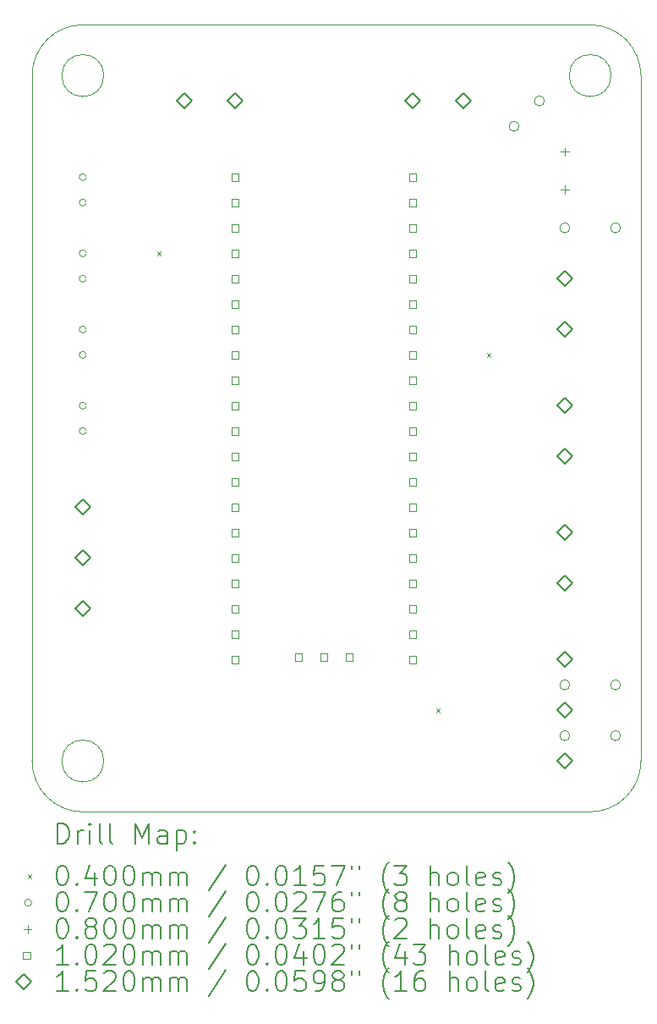
<source format=gbr>
%TF.GenerationSoftware,KiCad,Pcbnew,7.0.6-0*%
%TF.CreationDate,2023-12-23T18:43:20-05:00*%
%TF.ProjectId,Cornhole Wiring,436f726e-686f-46c6-9520-576972696e67,rev?*%
%TF.SameCoordinates,Original*%
%TF.FileFunction,Drillmap*%
%TF.FilePolarity,Positive*%
%FSLAX45Y45*%
G04 Gerber Fmt 4.5, Leading zero omitted, Abs format (unit mm)*
G04 Created by KiCad (PCBNEW 7.0.6-0) date 2023-12-23 18:43:20*
%MOMM*%
%LPD*%
G01*
G04 APERTURE LIST*
%ADD10C,0.100000*%
%ADD11C,0.200000*%
%ADD12C,0.040000*%
%ADD13C,0.070000*%
%ADD14C,0.080000*%
%ADD15C,0.102000*%
%ADD16C,0.152000*%
G04 APERTURE END LIST*
D10*
X11226000Y-5334000D02*
G75*
G03*
X11226000Y-5334000I-50000J0D01*
G01*
X10972000Y-5588000D02*
G75*
G03*
X10972000Y-5588000I-50000J0D01*
G01*
X11988000Y-6604000D02*
G75*
G03*
X11988000Y-6604000I-50000J0D01*
G01*
X11480000Y-6604000D02*
G75*
G03*
X11480000Y-6604000I-50000J0D01*
G01*
X11480000Y-11684000D02*
G75*
G03*
X11480000Y-11684000I-50000J0D01*
G01*
X11988000Y-11176000D02*
G75*
G03*
X11988000Y-11176000I-50000J0D01*
G01*
X11480000Y-11176000D02*
G75*
G03*
X11480000Y-11176000I-50000J0D01*
G01*
X11988000Y-11684000D02*
G75*
G03*
X11988000Y-11684000I-50000J0D01*
G01*
X6814000Y-11938000D02*
G75*
G03*
X6814000Y-11938000I-210000J0D01*
G01*
X6814000Y-5080000D02*
G75*
G03*
X6814000Y-5080000I-210000J0D01*
G01*
X11894000Y-5080000D02*
G75*
G03*
X11894000Y-5080000I-210000J0D01*
G01*
X6604000Y-12446000D02*
X11684000Y-12446000D01*
X6096000Y-5080000D02*
X6096000Y-11938000D01*
X11684000Y-4572000D02*
X6604000Y-4572000D01*
X12192000Y-11938000D02*
X12192000Y-5080000D01*
X11684000Y-12446000D02*
G75*
G03*
X12192000Y-11938000I0J508000D01*
G01*
X6096000Y-11938000D02*
G75*
G03*
X6604000Y-12446000I508000J0D01*
G01*
X6604000Y-4572000D02*
G75*
G03*
X6096000Y-5080000I0J-508000D01*
G01*
X12192000Y-5080000D02*
G75*
G03*
X11684000Y-4572000I-508000J0D01*
G01*
D11*
D12*
X7346000Y-6838000D02*
X7386000Y-6878000D01*
X7386000Y-6838000D02*
X7346000Y-6878000D01*
X10140000Y-11410000D02*
X10180000Y-11450000D01*
X10180000Y-11410000D02*
X10140000Y-11450000D01*
X10648000Y-7854000D02*
X10688000Y-7894000D01*
X10688000Y-7854000D02*
X10648000Y-7894000D01*
D13*
X6639000Y-6096000D02*
G75*
G03*
X6639000Y-6096000I-35000J0D01*
G01*
X6639000Y-6350000D02*
G75*
G03*
X6639000Y-6350000I-35000J0D01*
G01*
X6639000Y-6858000D02*
G75*
G03*
X6639000Y-6858000I-35000J0D01*
G01*
X6639000Y-7112000D02*
G75*
G03*
X6639000Y-7112000I-35000J0D01*
G01*
X6639000Y-7620000D02*
G75*
G03*
X6639000Y-7620000I-35000J0D01*
G01*
X6639000Y-7874000D02*
G75*
G03*
X6639000Y-7874000I-35000J0D01*
G01*
X6639000Y-8382000D02*
G75*
G03*
X6639000Y-8382000I-35000J0D01*
G01*
X6639000Y-8636000D02*
G75*
G03*
X6639000Y-8636000I-35000J0D01*
G01*
D14*
X11430000Y-5802000D02*
X11430000Y-5882000D01*
X11390000Y-5842000D02*
X11470000Y-5842000D01*
X11430000Y-6182000D02*
X11430000Y-6262000D01*
X11390000Y-6222000D02*
X11470000Y-6222000D01*
D15*
X8164063Y-6132063D02*
X8164063Y-6059937D01*
X8091937Y-6059937D01*
X8091937Y-6132063D01*
X8164063Y-6132063D01*
X8164063Y-6386063D02*
X8164063Y-6313937D01*
X8091937Y-6313937D01*
X8091937Y-6386063D01*
X8164063Y-6386063D01*
X8164063Y-6640063D02*
X8164063Y-6567937D01*
X8091937Y-6567937D01*
X8091937Y-6640063D01*
X8164063Y-6640063D01*
X8164063Y-6894063D02*
X8164063Y-6821937D01*
X8091937Y-6821937D01*
X8091937Y-6894063D01*
X8164063Y-6894063D01*
X8164063Y-7148063D02*
X8164063Y-7075937D01*
X8091937Y-7075937D01*
X8091937Y-7148063D01*
X8164063Y-7148063D01*
X8164063Y-7402063D02*
X8164063Y-7329937D01*
X8091937Y-7329937D01*
X8091937Y-7402063D01*
X8164063Y-7402063D01*
X8164063Y-7656063D02*
X8164063Y-7583937D01*
X8091937Y-7583937D01*
X8091937Y-7656063D01*
X8164063Y-7656063D01*
X8164063Y-7910063D02*
X8164063Y-7837937D01*
X8091937Y-7837937D01*
X8091937Y-7910063D01*
X8164063Y-7910063D01*
X8164063Y-8164063D02*
X8164063Y-8091937D01*
X8091937Y-8091937D01*
X8091937Y-8164063D01*
X8164063Y-8164063D01*
X8164063Y-8418063D02*
X8164063Y-8345937D01*
X8091937Y-8345937D01*
X8091937Y-8418063D01*
X8164063Y-8418063D01*
X8164063Y-8672063D02*
X8164063Y-8599937D01*
X8091937Y-8599937D01*
X8091937Y-8672063D01*
X8164063Y-8672063D01*
X8164063Y-8926063D02*
X8164063Y-8853937D01*
X8091937Y-8853937D01*
X8091937Y-8926063D01*
X8164063Y-8926063D01*
X8164063Y-9180063D02*
X8164063Y-9107937D01*
X8091937Y-9107937D01*
X8091937Y-9180063D01*
X8164063Y-9180063D01*
X8164063Y-9434063D02*
X8164063Y-9361937D01*
X8091937Y-9361937D01*
X8091937Y-9434063D01*
X8164063Y-9434063D01*
X8164063Y-9688063D02*
X8164063Y-9615937D01*
X8091937Y-9615937D01*
X8091937Y-9688063D01*
X8164063Y-9688063D01*
X8164063Y-9942063D02*
X8164063Y-9869937D01*
X8091937Y-9869937D01*
X8091937Y-9942063D01*
X8164063Y-9942063D01*
X8164063Y-10196063D02*
X8164063Y-10123937D01*
X8091937Y-10123937D01*
X8091937Y-10196063D01*
X8164063Y-10196063D01*
X8164063Y-10450063D02*
X8164063Y-10377937D01*
X8091937Y-10377937D01*
X8091937Y-10450063D01*
X8164063Y-10450063D01*
X8164063Y-10704063D02*
X8164063Y-10631937D01*
X8091937Y-10631937D01*
X8091937Y-10704063D01*
X8164063Y-10704063D01*
X8164063Y-10958063D02*
X8164063Y-10885937D01*
X8091937Y-10885937D01*
X8091937Y-10958063D01*
X8164063Y-10958063D01*
X8799063Y-10935063D02*
X8799063Y-10862937D01*
X8726937Y-10862937D01*
X8726937Y-10935063D01*
X8799063Y-10935063D01*
X9053063Y-10935063D02*
X9053063Y-10862937D01*
X8980937Y-10862937D01*
X8980937Y-10935063D01*
X9053063Y-10935063D01*
X9307063Y-10935063D02*
X9307063Y-10862937D01*
X9234937Y-10862937D01*
X9234937Y-10935063D01*
X9307063Y-10935063D01*
X9942063Y-6132063D02*
X9942063Y-6059937D01*
X9869937Y-6059937D01*
X9869937Y-6132063D01*
X9942063Y-6132063D01*
X9942063Y-6386063D02*
X9942063Y-6313937D01*
X9869937Y-6313937D01*
X9869937Y-6386063D01*
X9942063Y-6386063D01*
X9942063Y-6640063D02*
X9942063Y-6567937D01*
X9869937Y-6567937D01*
X9869937Y-6640063D01*
X9942063Y-6640063D01*
X9942063Y-6894063D02*
X9942063Y-6821937D01*
X9869937Y-6821937D01*
X9869937Y-6894063D01*
X9942063Y-6894063D01*
X9942063Y-7148063D02*
X9942063Y-7075937D01*
X9869937Y-7075937D01*
X9869937Y-7148063D01*
X9942063Y-7148063D01*
X9942063Y-7402063D02*
X9942063Y-7329937D01*
X9869937Y-7329937D01*
X9869937Y-7402063D01*
X9942063Y-7402063D01*
X9942063Y-7656063D02*
X9942063Y-7583937D01*
X9869937Y-7583937D01*
X9869937Y-7656063D01*
X9942063Y-7656063D01*
X9942063Y-7910063D02*
X9942063Y-7837937D01*
X9869937Y-7837937D01*
X9869937Y-7910063D01*
X9942063Y-7910063D01*
X9942063Y-8164063D02*
X9942063Y-8091937D01*
X9869937Y-8091937D01*
X9869937Y-8164063D01*
X9942063Y-8164063D01*
X9942063Y-8418063D02*
X9942063Y-8345937D01*
X9869937Y-8345937D01*
X9869937Y-8418063D01*
X9942063Y-8418063D01*
X9942063Y-8672063D02*
X9942063Y-8599937D01*
X9869937Y-8599937D01*
X9869937Y-8672063D01*
X9942063Y-8672063D01*
X9942063Y-8926063D02*
X9942063Y-8853937D01*
X9869937Y-8853937D01*
X9869937Y-8926063D01*
X9942063Y-8926063D01*
X9942063Y-9180063D02*
X9942063Y-9107937D01*
X9869937Y-9107937D01*
X9869937Y-9180063D01*
X9942063Y-9180063D01*
X9942063Y-9434063D02*
X9942063Y-9361937D01*
X9869937Y-9361937D01*
X9869937Y-9434063D01*
X9942063Y-9434063D01*
X9942063Y-9688063D02*
X9942063Y-9615937D01*
X9869937Y-9615937D01*
X9869937Y-9688063D01*
X9942063Y-9688063D01*
X9942063Y-9942063D02*
X9942063Y-9869937D01*
X9869937Y-9869937D01*
X9869937Y-9942063D01*
X9942063Y-9942063D01*
X9942063Y-10196063D02*
X9942063Y-10123937D01*
X9869937Y-10123937D01*
X9869937Y-10196063D01*
X9942063Y-10196063D01*
X9942063Y-10450063D02*
X9942063Y-10377937D01*
X9869937Y-10377937D01*
X9869937Y-10450063D01*
X9942063Y-10450063D01*
X9942063Y-10704063D02*
X9942063Y-10631937D01*
X9869937Y-10631937D01*
X9869937Y-10704063D01*
X9942063Y-10704063D01*
X9942063Y-10958063D02*
X9942063Y-10885937D01*
X9869937Y-10885937D01*
X9869937Y-10958063D01*
X9942063Y-10958063D01*
D16*
X6604000Y-9474000D02*
X6680000Y-9398000D01*
X6604000Y-9322000D01*
X6528000Y-9398000D01*
X6604000Y-9474000D01*
X6604000Y-9982000D02*
X6680000Y-9906000D01*
X6604000Y-9830000D01*
X6528000Y-9906000D01*
X6604000Y-9982000D01*
X6604000Y-10490000D02*
X6680000Y-10414000D01*
X6604000Y-10338000D01*
X6528000Y-10414000D01*
X6604000Y-10490000D01*
X7620000Y-5410000D02*
X7696000Y-5334000D01*
X7620000Y-5258000D01*
X7544000Y-5334000D01*
X7620000Y-5410000D01*
X8128000Y-5410000D02*
X8204000Y-5334000D01*
X8128000Y-5258000D01*
X8052000Y-5334000D01*
X8128000Y-5410000D01*
X9906000Y-5410000D02*
X9982000Y-5334000D01*
X9906000Y-5258000D01*
X9830000Y-5334000D01*
X9906000Y-5410000D01*
X10414000Y-5410000D02*
X10490000Y-5334000D01*
X10414000Y-5258000D01*
X10338000Y-5334000D01*
X10414000Y-5410000D01*
X11430000Y-7188000D02*
X11506000Y-7112000D01*
X11430000Y-7036000D01*
X11354000Y-7112000D01*
X11430000Y-7188000D01*
X11430000Y-7696000D02*
X11506000Y-7620000D01*
X11430000Y-7544000D01*
X11354000Y-7620000D01*
X11430000Y-7696000D01*
X11430000Y-8458000D02*
X11506000Y-8382000D01*
X11430000Y-8306000D01*
X11354000Y-8382000D01*
X11430000Y-8458000D01*
X11430000Y-8966000D02*
X11506000Y-8890000D01*
X11430000Y-8814000D01*
X11354000Y-8890000D01*
X11430000Y-8966000D01*
X11430000Y-9728000D02*
X11506000Y-9652000D01*
X11430000Y-9576000D01*
X11354000Y-9652000D01*
X11430000Y-9728000D01*
X11430000Y-10236000D02*
X11506000Y-10160000D01*
X11430000Y-10084000D01*
X11354000Y-10160000D01*
X11430000Y-10236000D01*
X11430000Y-10998000D02*
X11506000Y-10922000D01*
X11430000Y-10846000D01*
X11354000Y-10922000D01*
X11430000Y-10998000D01*
X11430000Y-11506000D02*
X11506000Y-11430000D01*
X11430000Y-11354000D01*
X11354000Y-11430000D01*
X11430000Y-11506000D01*
X11430000Y-12014000D02*
X11506000Y-11938000D01*
X11430000Y-11862000D01*
X11354000Y-11938000D01*
X11430000Y-12014000D01*
D11*
X6351777Y-12762484D02*
X6351777Y-12562484D01*
X6351777Y-12562484D02*
X6399396Y-12562484D01*
X6399396Y-12562484D02*
X6427967Y-12572008D01*
X6427967Y-12572008D02*
X6447015Y-12591055D01*
X6447015Y-12591055D02*
X6456539Y-12610103D01*
X6456539Y-12610103D02*
X6466062Y-12648198D01*
X6466062Y-12648198D02*
X6466062Y-12676769D01*
X6466062Y-12676769D02*
X6456539Y-12714865D01*
X6456539Y-12714865D02*
X6447015Y-12733912D01*
X6447015Y-12733912D02*
X6427967Y-12752960D01*
X6427967Y-12752960D02*
X6399396Y-12762484D01*
X6399396Y-12762484D02*
X6351777Y-12762484D01*
X6551777Y-12762484D02*
X6551777Y-12629150D01*
X6551777Y-12667246D02*
X6561301Y-12648198D01*
X6561301Y-12648198D02*
X6570824Y-12638674D01*
X6570824Y-12638674D02*
X6589872Y-12629150D01*
X6589872Y-12629150D02*
X6608920Y-12629150D01*
X6675586Y-12762484D02*
X6675586Y-12629150D01*
X6675586Y-12562484D02*
X6666062Y-12572008D01*
X6666062Y-12572008D02*
X6675586Y-12581531D01*
X6675586Y-12581531D02*
X6685110Y-12572008D01*
X6685110Y-12572008D02*
X6675586Y-12562484D01*
X6675586Y-12562484D02*
X6675586Y-12581531D01*
X6799396Y-12762484D02*
X6780348Y-12752960D01*
X6780348Y-12752960D02*
X6770824Y-12733912D01*
X6770824Y-12733912D02*
X6770824Y-12562484D01*
X6904158Y-12762484D02*
X6885110Y-12752960D01*
X6885110Y-12752960D02*
X6875586Y-12733912D01*
X6875586Y-12733912D02*
X6875586Y-12562484D01*
X7132729Y-12762484D02*
X7132729Y-12562484D01*
X7132729Y-12562484D02*
X7199396Y-12705341D01*
X7199396Y-12705341D02*
X7266062Y-12562484D01*
X7266062Y-12562484D02*
X7266062Y-12762484D01*
X7447015Y-12762484D02*
X7447015Y-12657722D01*
X7447015Y-12657722D02*
X7437491Y-12638674D01*
X7437491Y-12638674D02*
X7418443Y-12629150D01*
X7418443Y-12629150D02*
X7380348Y-12629150D01*
X7380348Y-12629150D02*
X7361301Y-12638674D01*
X7447015Y-12752960D02*
X7427967Y-12762484D01*
X7427967Y-12762484D02*
X7380348Y-12762484D01*
X7380348Y-12762484D02*
X7361301Y-12752960D01*
X7361301Y-12752960D02*
X7351777Y-12733912D01*
X7351777Y-12733912D02*
X7351777Y-12714865D01*
X7351777Y-12714865D02*
X7361301Y-12695817D01*
X7361301Y-12695817D02*
X7380348Y-12686293D01*
X7380348Y-12686293D02*
X7427967Y-12686293D01*
X7427967Y-12686293D02*
X7447015Y-12676769D01*
X7542253Y-12629150D02*
X7542253Y-12829150D01*
X7542253Y-12638674D02*
X7561301Y-12629150D01*
X7561301Y-12629150D02*
X7599396Y-12629150D01*
X7599396Y-12629150D02*
X7618443Y-12638674D01*
X7618443Y-12638674D02*
X7627967Y-12648198D01*
X7627967Y-12648198D02*
X7637491Y-12667246D01*
X7637491Y-12667246D02*
X7637491Y-12724388D01*
X7637491Y-12724388D02*
X7627967Y-12743436D01*
X7627967Y-12743436D02*
X7618443Y-12752960D01*
X7618443Y-12752960D02*
X7599396Y-12762484D01*
X7599396Y-12762484D02*
X7561301Y-12762484D01*
X7561301Y-12762484D02*
X7542253Y-12752960D01*
X7723205Y-12743436D02*
X7732729Y-12752960D01*
X7732729Y-12752960D02*
X7723205Y-12762484D01*
X7723205Y-12762484D02*
X7713682Y-12752960D01*
X7713682Y-12752960D02*
X7723205Y-12743436D01*
X7723205Y-12743436D02*
X7723205Y-12762484D01*
X7723205Y-12638674D02*
X7732729Y-12648198D01*
X7732729Y-12648198D02*
X7723205Y-12657722D01*
X7723205Y-12657722D02*
X7713682Y-12648198D01*
X7713682Y-12648198D02*
X7723205Y-12638674D01*
X7723205Y-12638674D02*
X7723205Y-12657722D01*
D12*
X6051000Y-13071000D02*
X6091000Y-13111000D01*
X6091000Y-13071000D02*
X6051000Y-13111000D01*
D11*
X6389872Y-12982484D02*
X6408920Y-12982484D01*
X6408920Y-12982484D02*
X6427967Y-12992008D01*
X6427967Y-12992008D02*
X6437491Y-13001531D01*
X6437491Y-13001531D02*
X6447015Y-13020579D01*
X6447015Y-13020579D02*
X6456539Y-13058674D01*
X6456539Y-13058674D02*
X6456539Y-13106293D01*
X6456539Y-13106293D02*
X6447015Y-13144388D01*
X6447015Y-13144388D02*
X6437491Y-13163436D01*
X6437491Y-13163436D02*
X6427967Y-13172960D01*
X6427967Y-13172960D02*
X6408920Y-13182484D01*
X6408920Y-13182484D02*
X6389872Y-13182484D01*
X6389872Y-13182484D02*
X6370824Y-13172960D01*
X6370824Y-13172960D02*
X6361301Y-13163436D01*
X6361301Y-13163436D02*
X6351777Y-13144388D01*
X6351777Y-13144388D02*
X6342253Y-13106293D01*
X6342253Y-13106293D02*
X6342253Y-13058674D01*
X6342253Y-13058674D02*
X6351777Y-13020579D01*
X6351777Y-13020579D02*
X6361301Y-13001531D01*
X6361301Y-13001531D02*
X6370824Y-12992008D01*
X6370824Y-12992008D02*
X6389872Y-12982484D01*
X6542253Y-13163436D02*
X6551777Y-13172960D01*
X6551777Y-13172960D02*
X6542253Y-13182484D01*
X6542253Y-13182484D02*
X6532729Y-13172960D01*
X6532729Y-13172960D02*
X6542253Y-13163436D01*
X6542253Y-13163436D02*
X6542253Y-13182484D01*
X6723205Y-13049150D02*
X6723205Y-13182484D01*
X6675586Y-12972960D02*
X6627967Y-13115817D01*
X6627967Y-13115817D02*
X6751777Y-13115817D01*
X6866062Y-12982484D02*
X6885110Y-12982484D01*
X6885110Y-12982484D02*
X6904158Y-12992008D01*
X6904158Y-12992008D02*
X6913682Y-13001531D01*
X6913682Y-13001531D02*
X6923205Y-13020579D01*
X6923205Y-13020579D02*
X6932729Y-13058674D01*
X6932729Y-13058674D02*
X6932729Y-13106293D01*
X6932729Y-13106293D02*
X6923205Y-13144388D01*
X6923205Y-13144388D02*
X6913682Y-13163436D01*
X6913682Y-13163436D02*
X6904158Y-13172960D01*
X6904158Y-13172960D02*
X6885110Y-13182484D01*
X6885110Y-13182484D02*
X6866062Y-13182484D01*
X6866062Y-13182484D02*
X6847015Y-13172960D01*
X6847015Y-13172960D02*
X6837491Y-13163436D01*
X6837491Y-13163436D02*
X6827967Y-13144388D01*
X6827967Y-13144388D02*
X6818443Y-13106293D01*
X6818443Y-13106293D02*
X6818443Y-13058674D01*
X6818443Y-13058674D02*
X6827967Y-13020579D01*
X6827967Y-13020579D02*
X6837491Y-13001531D01*
X6837491Y-13001531D02*
X6847015Y-12992008D01*
X6847015Y-12992008D02*
X6866062Y-12982484D01*
X7056539Y-12982484D02*
X7075586Y-12982484D01*
X7075586Y-12982484D02*
X7094634Y-12992008D01*
X7094634Y-12992008D02*
X7104158Y-13001531D01*
X7104158Y-13001531D02*
X7113682Y-13020579D01*
X7113682Y-13020579D02*
X7123205Y-13058674D01*
X7123205Y-13058674D02*
X7123205Y-13106293D01*
X7123205Y-13106293D02*
X7113682Y-13144388D01*
X7113682Y-13144388D02*
X7104158Y-13163436D01*
X7104158Y-13163436D02*
X7094634Y-13172960D01*
X7094634Y-13172960D02*
X7075586Y-13182484D01*
X7075586Y-13182484D02*
X7056539Y-13182484D01*
X7056539Y-13182484D02*
X7037491Y-13172960D01*
X7037491Y-13172960D02*
X7027967Y-13163436D01*
X7027967Y-13163436D02*
X7018443Y-13144388D01*
X7018443Y-13144388D02*
X7008920Y-13106293D01*
X7008920Y-13106293D02*
X7008920Y-13058674D01*
X7008920Y-13058674D02*
X7018443Y-13020579D01*
X7018443Y-13020579D02*
X7027967Y-13001531D01*
X7027967Y-13001531D02*
X7037491Y-12992008D01*
X7037491Y-12992008D02*
X7056539Y-12982484D01*
X7208920Y-13182484D02*
X7208920Y-13049150D01*
X7208920Y-13068198D02*
X7218443Y-13058674D01*
X7218443Y-13058674D02*
X7237491Y-13049150D01*
X7237491Y-13049150D02*
X7266063Y-13049150D01*
X7266063Y-13049150D02*
X7285110Y-13058674D01*
X7285110Y-13058674D02*
X7294634Y-13077722D01*
X7294634Y-13077722D02*
X7294634Y-13182484D01*
X7294634Y-13077722D02*
X7304158Y-13058674D01*
X7304158Y-13058674D02*
X7323205Y-13049150D01*
X7323205Y-13049150D02*
X7351777Y-13049150D01*
X7351777Y-13049150D02*
X7370824Y-13058674D01*
X7370824Y-13058674D02*
X7380348Y-13077722D01*
X7380348Y-13077722D02*
X7380348Y-13182484D01*
X7475586Y-13182484D02*
X7475586Y-13049150D01*
X7475586Y-13068198D02*
X7485110Y-13058674D01*
X7485110Y-13058674D02*
X7504158Y-13049150D01*
X7504158Y-13049150D02*
X7532729Y-13049150D01*
X7532729Y-13049150D02*
X7551777Y-13058674D01*
X7551777Y-13058674D02*
X7561301Y-13077722D01*
X7561301Y-13077722D02*
X7561301Y-13182484D01*
X7561301Y-13077722D02*
X7570824Y-13058674D01*
X7570824Y-13058674D02*
X7589872Y-13049150D01*
X7589872Y-13049150D02*
X7618443Y-13049150D01*
X7618443Y-13049150D02*
X7637491Y-13058674D01*
X7637491Y-13058674D02*
X7647015Y-13077722D01*
X7647015Y-13077722D02*
X7647015Y-13182484D01*
X8037491Y-12972960D02*
X7866063Y-13230103D01*
X8294634Y-12982484D02*
X8313682Y-12982484D01*
X8313682Y-12982484D02*
X8332729Y-12992008D01*
X8332729Y-12992008D02*
X8342253Y-13001531D01*
X8342253Y-13001531D02*
X8351777Y-13020579D01*
X8351777Y-13020579D02*
X8361301Y-13058674D01*
X8361301Y-13058674D02*
X8361301Y-13106293D01*
X8361301Y-13106293D02*
X8351777Y-13144388D01*
X8351777Y-13144388D02*
X8342253Y-13163436D01*
X8342253Y-13163436D02*
X8332729Y-13172960D01*
X8332729Y-13172960D02*
X8313682Y-13182484D01*
X8313682Y-13182484D02*
X8294634Y-13182484D01*
X8294634Y-13182484D02*
X8275586Y-13172960D01*
X8275586Y-13172960D02*
X8266063Y-13163436D01*
X8266063Y-13163436D02*
X8256539Y-13144388D01*
X8256539Y-13144388D02*
X8247015Y-13106293D01*
X8247015Y-13106293D02*
X8247015Y-13058674D01*
X8247015Y-13058674D02*
X8256539Y-13020579D01*
X8256539Y-13020579D02*
X8266063Y-13001531D01*
X8266063Y-13001531D02*
X8275586Y-12992008D01*
X8275586Y-12992008D02*
X8294634Y-12982484D01*
X8447015Y-13163436D02*
X8456539Y-13172960D01*
X8456539Y-13172960D02*
X8447015Y-13182484D01*
X8447015Y-13182484D02*
X8437491Y-13172960D01*
X8437491Y-13172960D02*
X8447015Y-13163436D01*
X8447015Y-13163436D02*
X8447015Y-13182484D01*
X8580348Y-12982484D02*
X8599396Y-12982484D01*
X8599396Y-12982484D02*
X8618444Y-12992008D01*
X8618444Y-12992008D02*
X8627968Y-13001531D01*
X8627968Y-13001531D02*
X8637491Y-13020579D01*
X8637491Y-13020579D02*
X8647015Y-13058674D01*
X8647015Y-13058674D02*
X8647015Y-13106293D01*
X8647015Y-13106293D02*
X8637491Y-13144388D01*
X8637491Y-13144388D02*
X8627968Y-13163436D01*
X8627968Y-13163436D02*
X8618444Y-13172960D01*
X8618444Y-13172960D02*
X8599396Y-13182484D01*
X8599396Y-13182484D02*
X8580348Y-13182484D01*
X8580348Y-13182484D02*
X8561301Y-13172960D01*
X8561301Y-13172960D02*
X8551777Y-13163436D01*
X8551777Y-13163436D02*
X8542253Y-13144388D01*
X8542253Y-13144388D02*
X8532729Y-13106293D01*
X8532729Y-13106293D02*
X8532729Y-13058674D01*
X8532729Y-13058674D02*
X8542253Y-13020579D01*
X8542253Y-13020579D02*
X8551777Y-13001531D01*
X8551777Y-13001531D02*
X8561301Y-12992008D01*
X8561301Y-12992008D02*
X8580348Y-12982484D01*
X8837491Y-13182484D02*
X8723206Y-13182484D01*
X8780348Y-13182484D02*
X8780348Y-12982484D01*
X8780348Y-12982484D02*
X8761301Y-13011055D01*
X8761301Y-13011055D02*
X8742253Y-13030103D01*
X8742253Y-13030103D02*
X8723206Y-13039627D01*
X9018444Y-12982484D02*
X8923206Y-12982484D01*
X8923206Y-12982484D02*
X8913682Y-13077722D01*
X8913682Y-13077722D02*
X8923206Y-13068198D01*
X8923206Y-13068198D02*
X8942253Y-13058674D01*
X8942253Y-13058674D02*
X8989872Y-13058674D01*
X8989872Y-13058674D02*
X9008920Y-13068198D01*
X9008920Y-13068198D02*
X9018444Y-13077722D01*
X9018444Y-13077722D02*
X9027968Y-13096769D01*
X9027968Y-13096769D02*
X9027968Y-13144388D01*
X9027968Y-13144388D02*
X9018444Y-13163436D01*
X9018444Y-13163436D02*
X9008920Y-13172960D01*
X9008920Y-13172960D02*
X8989872Y-13182484D01*
X8989872Y-13182484D02*
X8942253Y-13182484D01*
X8942253Y-13182484D02*
X8923206Y-13172960D01*
X8923206Y-13172960D02*
X8913682Y-13163436D01*
X9094634Y-12982484D02*
X9227968Y-12982484D01*
X9227968Y-12982484D02*
X9142253Y-13182484D01*
X9294634Y-12982484D02*
X9294634Y-13020579D01*
X9370825Y-12982484D02*
X9370825Y-13020579D01*
X9666063Y-13258674D02*
X9656539Y-13249150D01*
X9656539Y-13249150D02*
X9637491Y-13220579D01*
X9637491Y-13220579D02*
X9627968Y-13201531D01*
X9627968Y-13201531D02*
X9618444Y-13172960D01*
X9618444Y-13172960D02*
X9608920Y-13125341D01*
X9608920Y-13125341D02*
X9608920Y-13087246D01*
X9608920Y-13087246D02*
X9618444Y-13039627D01*
X9618444Y-13039627D02*
X9627968Y-13011055D01*
X9627968Y-13011055D02*
X9637491Y-12992008D01*
X9637491Y-12992008D02*
X9656539Y-12963436D01*
X9656539Y-12963436D02*
X9666063Y-12953912D01*
X9723206Y-12982484D02*
X9847015Y-12982484D01*
X9847015Y-12982484D02*
X9780349Y-13058674D01*
X9780349Y-13058674D02*
X9808920Y-13058674D01*
X9808920Y-13058674D02*
X9827968Y-13068198D01*
X9827968Y-13068198D02*
X9837491Y-13077722D01*
X9837491Y-13077722D02*
X9847015Y-13096769D01*
X9847015Y-13096769D02*
X9847015Y-13144388D01*
X9847015Y-13144388D02*
X9837491Y-13163436D01*
X9837491Y-13163436D02*
X9827968Y-13172960D01*
X9827968Y-13172960D02*
X9808920Y-13182484D01*
X9808920Y-13182484D02*
X9751777Y-13182484D01*
X9751777Y-13182484D02*
X9732730Y-13172960D01*
X9732730Y-13172960D02*
X9723206Y-13163436D01*
X10085111Y-13182484D02*
X10085111Y-12982484D01*
X10170825Y-13182484D02*
X10170825Y-13077722D01*
X10170825Y-13077722D02*
X10161301Y-13058674D01*
X10161301Y-13058674D02*
X10142253Y-13049150D01*
X10142253Y-13049150D02*
X10113682Y-13049150D01*
X10113682Y-13049150D02*
X10094634Y-13058674D01*
X10094634Y-13058674D02*
X10085111Y-13068198D01*
X10294634Y-13182484D02*
X10275587Y-13172960D01*
X10275587Y-13172960D02*
X10266063Y-13163436D01*
X10266063Y-13163436D02*
X10256539Y-13144388D01*
X10256539Y-13144388D02*
X10256539Y-13087246D01*
X10256539Y-13087246D02*
X10266063Y-13068198D01*
X10266063Y-13068198D02*
X10275587Y-13058674D01*
X10275587Y-13058674D02*
X10294634Y-13049150D01*
X10294634Y-13049150D02*
X10323206Y-13049150D01*
X10323206Y-13049150D02*
X10342253Y-13058674D01*
X10342253Y-13058674D02*
X10351777Y-13068198D01*
X10351777Y-13068198D02*
X10361301Y-13087246D01*
X10361301Y-13087246D02*
X10361301Y-13144388D01*
X10361301Y-13144388D02*
X10351777Y-13163436D01*
X10351777Y-13163436D02*
X10342253Y-13172960D01*
X10342253Y-13172960D02*
X10323206Y-13182484D01*
X10323206Y-13182484D02*
X10294634Y-13182484D01*
X10475587Y-13182484D02*
X10456539Y-13172960D01*
X10456539Y-13172960D02*
X10447015Y-13153912D01*
X10447015Y-13153912D02*
X10447015Y-12982484D01*
X10627968Y-13172960D02*
X10608920Y-13182484D01*
X10608920Y-13182484D02*
X10570825Y-13182484D01*
X10570825Y-13182484D02*
X10551777Y-13172960D01*
X10551777Y-13172960D02*
X10542253Y-13153912D01*
X10542253Y-13153912D02*
X10542253Y-13077722D01*
X10542253Y-13077722D02*
X10551777Y-13058674D01*
X10551777Y-13058674D02*
X10570825Y-13049150D01*
X10570825Y-13049150D02*
X10608920Y-13049150D01*
X10608920Y-13049150D02*
X10627968Y-13058674D01*
X10627968Y-13058674D02*
X10637492Y-13077722D01*
X10637492Y-13077722D02*
X10637492Y-13096769D01*
X10637492Y-13096769D02*
X10542253Y-13115817D01*
X10713682Y-13172960D02*
X10732730Y-13182484D01*
X10732730Y-13182484D02*
X10770825Y-13182484D01*
X10770825Y-13182484D02*
X10789873Y-13172960D01*
X10789873Y-13172960D02*
X10799396Y-13153912D01*
X10799396Y-13153912D02*
X10799396Y-13144388D01*
X10799396Y-13144388D02*
X10789873Y-13125341D01*
X10789873Y-13125341D02*
X10770825Y-13115817D01*
X10770825Y-13115817D02*
X10742253Y-13115817D01*
X10742253Y-13115817D02*
X10723206Y-13106293D01*
X10723206Y-13106293D02*
X10713682Y-13087246D01*
X10713682Y-13087246D02*
X10713682Y-13077722D01*
X10713682Y-13077722D02*
X10723206Y-13058674D01*
X10723206Y-13058674D02*
X10742253Y-13049150D01*
X10742253Y-13049150D02*
X10770825Y-13049150D01*
X10770825Y-13049150D02*
X10789873Y-13058674D01*
X10866063Y-13258674D02*
X10875587Y-13249150D01*
X10875587Y-13249150D02*
X10894634Y-13220579D01*
X10894634Y-13220579D02*
X10904158Y-13201531D01*
X10904158Y-13201531D02*
X10913682Y-13172960D01*
X10913682Y-13172960D02*
X10923206Y-13125341D01*
X10923206Y-13125341D02*
X10923206Y-13087246D01*
X10923206Y-13087246D02*
X10913682Y-13039627D01*
X10913682Y-13039627D02*
X10904158Y-13011055D01*
X10904158Y-13011055D02*
X10894634Y-12992008D01*
X10894634Y-12992008D02*
X10875587Y-12963436D01*
X10875587Y-12963436D02*
X10866063Y-12953912D01*
D13*
X6091000Y-13355000D02*
G75*
G03*
X6091000Y-13355000I-35000J0D01*
G01*
D11*
X6389872Y-13246484D02*
X6408920Y-13246484D01*
X6408920Y-13246484D02*
X6427967Y-13256008D01*
X6427967Y-13256008D02*
X6437491Y-13265531D01*
X6437491Y-13265531D02*
X6447015Y-13284579D01*
X6447015Y-13284579D02*
X6456539Y-13322674D01*
X6456539Y-13322674D02*
X6456539Y-13370293D01*
X6456539Y-13370293D02*
X6447015Y-13408388D01*
X6447015Y-13408388D02*
X6437491Y-13427436D01*
X6437491Y-13427436D02*
X6427967Y-13436960D01*
X6427967Y-13436960D02*
X6408920Y-13446484D01*
X6408920Y-13446484D02*
X6389872Y-13446484D01*
X6389872Y-13446484D02*
X6370824Y-13436960D01*
X6370824Y-13436960D02*
X6361301Y-13427436D01*
X6361301Y-13427436D02*
X6351777Y-13408388D01*
X6351777Y-13408388D02*
X6342253Y-13370293D01*
X6342253Y-13370293D02*
X6342253Y-13322674D01*
X6342253Y-13322674D02*
X6351777Y-13284579D01*
X6351777Y-13284579D02*
X6361301Y-13265531D01*
X6361301Y-13265531D02*
X6370824Y-13256008D01*
X6370824Y-13256008D02*
X6389872Y-13246484D01*
X6542253Y-13427436D02*
X6551777Y-13436960D01*
X6551777Y-13436960D02*
X6542253Y-13446484D01*
X6542253Y-13446484D02*
X6532729Y-13436960D01*
X6532729Y-13436960D02*
X6542253Y-13427436D01*
X6542253Y-13427436D02*
X6542253Y-13446484D01*
X6618443Y-13246484D02*
X6751777Y-13246484D01*
X6751777Y-13246484D02*
X6666062Y-13446484D01*
X6866062Y-13246484D02*
X6885110Y-13246484D01*
X6885110Y-13246484D02*
X6904158Y-13256008D01*
X6904158Y-13256008D02*
X6913682Y-13265531D01*
X6913682Y-13265531D02*
X6923205Y-13284579D01*
X6923205Y-13284579D02*
X6932729Y-13322674D01*
X6932729Y-13322674D02*
X6932729Y-13370293D01*
X6932729Y-13370293D02*
X6923205Y-13408388D01*
X6923205Y-13408388D02*
X6913682Y-13427436D01*
X6913682Y-13427436D02*
X6904158Y-13436960D01*
X6904158Y-13436960D02*
X6885110Y-13446484D01*
X6885110Y-13446484D02*
X6866062Y-13446484D01*
X6866062Y-13446484D02*
X6847015Y-13436960D01*
X6847015Y-13436960D02*
X6837491Y-13427436D01*
X6837491Y-13427436D02*
X6827967Y-13408388D01*
X6827967Y-13408388D02*
X6818443Y-13370293D01*
X6818443Y-13370293D02*
X6818443Y-13322674D01*
X6818443Y-13322674D02*
X6827967Y-13284579D01*
X6827967Y-13284579D02*
X6837491Y-13265531D01*
X6837491Y-13265531D02*
X6847015Y-13256008D01*
X6847015Y-13256008D02*
X6866062Y-13246484D01*
X7056539Y-13246484D02*
X7075586Y-13246484D01*
X7075586Y-13246484D02*
X7094634Y-13256008D01*
X7094634Y-13256008D02*
X7104158Y-13265531D01*
X7104158Y-13265531D02*
X7113682Y-13284579D01*
X7113682Y-13284579D02*
X7123205Y-13322674D01*
X7123205Y-13322674D02*
X7123205Y-13370293D01*
X7123205Y-13370293D02*
X7113682Y-13408388D01*
X7113682Y-13408388D02*
X7104158Y-13427436D01*
X7104158Y-13427436D02*
X7094634Y-13436960D01*
X7094634Y-13436960D02*
X7075586Y-13446484D01*
X7075586Y-13446484D02*
X7056539Y-13446484D01*
X7056539Y-13446484D02*
X7037491Y-13436960D01*
X7037491Y-13436960D02*
X7027967Y-13427436D01*
X7027967Y-13427436D02*
X7018443Y-13408388D01*
X7018443Y-13408388D02*
X7008920Y-13370293D01*
X7008920Y-13370293D02*
X7008920Y-13322674D01*
X7008920Y-13322674D02*
X7018443Y-13284579D01*
X7018443Y-13284579D02*
X7027967Y-13265531D01*
X7027967Y-13265531D02*
X7037491Y-13256008D01*
X7037491Y-13256008D02*
X7056539Y-13246484D01*
X7208920Y-13446484D02*
X7208920Y-13313150D01*
X7208920Y-13332198D02*
X7218443Y-13322674D01*
X7218443Y-13322674D02*
X7237491Y-13313150D01*
X7237491Y-13313150D02*
X7266063Y-13313150D01*
X7266063Y-13313150D02*
X7285110Y-13322674D01*
X7285110Y-13322674D02*
X7294634Y-13341722D01*
X7294634Y-13341722D02*
X7294634Y-13446484D01*
X7294634Y-13341722D02*
X7304158Y-13322674D01*
X7304158Y-13322674D02*
X7323205Y-13313150D01*
X7323205Y-13313150D02*
X7351777Y-13313150D01*
X7351777Y-13313150D02*
X7370824Y-13322674D01*
X7370824Y-13322674D02*
X7380348Y-13341722D01*
X7380348Y-13341722D02*
X7380348Y-13446484D01*
X7475586Y-13446484D02*
X7475586Y-13313150D01*
X7475586Y-13332198D02*
X7485110Y-13322674D01*
X7485110Y-13322674D02*
X7504158Y-13313150D01*
X7504158Y-13313150D02*
X7532729Y-13313150D01*
X7532729Y-13313150D02*
X7551777Y-13322674D01*
X7551777Y-13322674D02*
X7561301Y-13341722D01*
X7561301Y-13341722D02*
X7561301Y-13446484D01*
X7561301Y-13341722D02*
X7570824Y-13322674D01*
X7570824Y-13322674D02*
X7589872Y-13313150D01*
X7589872Y-13313150D02*
X7618443Y-13313150D01*
X7618443Y-13313150D02*
X7637491Y-13322674D01*
X7637491Y-13322674D02*
X7647015Y-13341722D01*
X7647015Y-13341722D02*
X7647015Y-13446484D01*
X8037491Y-13236960D02*
X7866063Y-13494103D01*
X8294634Y-13246484D02*
X8313682Y-13246484D01*
X8313682Y-13246484D02*
X8332729Y-13256008D01*
X8332729Y-13256008D02*
X8342253Y-13265531D01*
X8342253Y-13265531D02*
X8351777Y-13284579D01*
X8351777Y-13284579D02*
X8361301Y-13322674D01*
X8361301Y-13322674D02*
X8361301Y-13370293D01*
X8361301Y-13370293D02*
X8351777Y-13408388D01*
X8351777Y-13408388D02*
X8342253Y-13427436D01*
X8342253Y-13427436D02*
X8332729Y-13436960D01*
X8332729Y-13436960D02*
X8313682Y-13446484D01*
X8313682Y-13446484D02*
X8294634Y-13446484D01*
X8294634Y-13446484D02*
X8275586Y-13436960D01*
X8275586Y-13436960D02*
X8266063Y-13427436D01*
X8266063Y-13427436D02*
X8256539Y-13408388D01*
X8256539Y-13408388D02*
X8247015Y-13370293D01*
X8247015Y-13370293D02*
X8247015Y-13322674D01*
X8247015Y-13322674D02*
X8256539Y-13284579D01*
X8256539Y-13284579D02*
X8266063Y-13265531D01*
X8266063Y-13265531D02*
X8275586Y-13256008D01*
X8275586Y-13256008D02*
X8294634Y-13246484D01*
X8447015Y-13427436D02*
X8456539Y-13436960D01*
X8456539Y-13436960D02*
X8447015Y-13446484D01*
X8447015Y-13446484D02*
X8437491Y-13436960D01*
X8437491Y-13436960D02*
X8447015Y-13427436D01*
X8447015Y-13427436D02*
X8447015Y-13446484D01*
X8580348Y-13246484D02*
X8599396Y-13246484D01*
X8599396Y-13246484D02*
X8618444Y-13256008D01*
X8618444Y-13256008D02*
X8627968Y-13265531D01*
X8627968Y-13265531D02*
X8637491Y-13284579D01*
X8637491Y-13284579D02*
X8647015Y-13322674D01*
X8647015Y-13322674D02*
X8647015Y-13370293D01*
X8647015Y-13370293D02*
X8637491Y-13408388D01*
X8637491Y-13408388D02*
X8627968Y-13427436D01*
X8627968Y-13427436D02*
X8618444Y-13436960D01*
X8618444Y-13436960D02*
X8599396Y-13446484D01*
X8599396Y-13446484D02*
X8580348Y-13446484D01*
X8580348Y-13446484D02*
X8561301Y-13436960D01*
X8561301Y-13436960D02*
X8551777Y-13427436D01*
X8551777Y-13427436D02*
X8542253Y-13408388D01*
X8542253Y-13408388D02*
X8532729Y-13370293D01*
X8532729Y-13370293D02*
X8532729Y-13322674D01*
X8532729Y-13322674D02*
X8542253Y-13284579D01*
X8542253Y-13284579D02*
X8551777Y-13265531D01*
X8551777Y-13265531D02*
X8561301Y-13256008D01*
X8561301Y-13256008D02*
X8580348Y-13246484D01*
X8723206Y-13265531D02*
X8732729Y-13256008D01*
X8732729Y-13256008D02*
X8751777Y-13246484D01*
X8751777Y-13246484D02*
X8799396Y-13246484D01*
X8799396Y-13246484D02*
X8818444Y-13256008D01*
X8818444Y-13256008D02*
X8827968Y-13265531D01*
X8827968Y-13265531D02*
X8837491Y-13284579D01*
X8837491Y-13284579D02*
X8837491Y-13303627D01*
X8837491Y-13303627D02*
X8827968Y-13332198D01*
X8827968Y-13332198D02*
X8713682Y-13446484D01*
X8713682Y-13446484D02*
X8837491Y-13446484D01*
X8904158Y-13246484D02*
X9037491Y-13246484D01*
X9037491Y-13246484D02*
X8951777Y-13446484D01*
X9199396Y-13246484D02*
X9161301Y-13246484D01*
X9161301Y-13246484D02*
X9142253Y-13256008D01*
X9142253Y-13256008D02*
X9132729Y-13265531D01*
X9132729Y-13265531D02*
X9113682Y-13294103D01*
X9113682Y-13294103D02*
X9104158Y-13332198D01*
X9104158Y-13332198D02*
X9104158Y-13408388D01*
X9104158Y-13408388D02*
X9113682Y-13427436D01*
X9113682Y-13427436D02*
X9123206Y-13436960D01*
X9123206Y-13436960D02*
X9142253Y-13446484D01*
X9142253Y-13446484D02*
X9180349Y-13446484D01*
X9180349Y-13446484D02*
X9199396Y-13436960D01*
X9199396Y-13436960D02*
X9208920Y-13427436D01*
X9208920Y-13427436D02*
X9218444Y-13408388D01*
X9218444Y-13408388D02*
X9218444Y-13360769D01*
X9218444Y-13360769D02*
X9208920Y-13341722D01*
X9208920Y-13341722D02*
X9199396Y-13332198D01*
X9199396Y-13332198D02*
X9180349Y-13322674D01*
X9180349Y-13322674D02*
X9142253Y-13322674D01*
X9142253Y-13322674D02*
X9123206Y-13332198D01*
X9123206Y-13332198D02*
X9113682Y-13341722D01*
X9113682Y-13341722D02*
X9104158Y-13360769D01*
X9294634Y-13246484D02*
X9294634Y-13284579D01*
X9370825Y-13246484D02*
X9370825Y-13284579D01*
X9666063Y-13522674D02*
X9656539Y-13513150D01*
X9656539Y-13513150D02*
X9637491Y-13484579D01*
X9637491Y-13484579D02*
X9627968Y-13465531D01*
X9627968Y-13465531D02*
X9618444Y-13436960D01*
X9618444Y-13436960D02*
X9608920Y-13389341D01*
X9608920Y-13389341D02*
X9608920Y-13351246D01*
X9608920Y-13351246D02*
X9618444Y-13303627D01*
X9618444Y-13303627D02*
X9627968Y-13275055D01*
X9627968Y-13275055D02*
X9637491Y-13256008D01*
X9637491Y-13256008D02*
X9656539Y-13227436D01*
X9656539Y-13227436D02*
X9666063Y-13217912D01*
X9770825Y-13332198D02*
X9751777Y-13322674D01*
X9751777Y-13322674D02*
X9742253Y-13313150D01*
X9742253Y-13313150D02*
X9732730Y-13294103D01*
X9732730Y-13294103D02*
X9732730Y-13284579D01*
X9732730Y-13284579D02*
X9742253Y-13265531D01*
X9742253Y-13265531D02*
X9751777Y-13256008D01*
X9751777Y-13256008D02*
X9770825Y-13246484D01*
X9770825Y-13246484D02*
X9808920Y-13246484D01*
X9808920Y-13246484D02*
X9827968Y-13256008D01*
X9827968Y-13256008D02*
X9837491Y-13265531D01*
X9837491Y-13265531D02*
X9847015Y-13284579D01*
X9847015Y-13284579D02*
X9847015Y-13294103D01*
X9847015Y-13294103D02*
X9837491Y-13313150D01*
X9837491Y-13313150D02*
X9827968Y-13322674D01*
X9827968Y-13322674D02*
X9808920Y-13332198D01*
X9808920Y-13332198D02*
X9770825Y-13332198D01*
X9770825Y-13332198D02*
X9751777Y-13341722D01*
X9751777Y-13341722D02*
X9742253Y-13351246D01*
X9742253Y-13351246D02*
X9732730Y-13370293D01*
X9732730Y-13370293D02*
X9732730Y-13408388D01*
X9732730Y-13408388D02*
X9742253Y-13427436D01*
X9742253Y-13427436D02*
X9751777Y-13436960D01*
X9751777Y-13436960D02*
X9770825Y-13446484D01*
X9770825Y-13446484D02*
X9808920Y-13446484D01*
X9808920Y-13446484D02*
X9827968Y-13436960D01*
X9827968Y-13436960D02*
X9837491Y-13427436D01*
X9837491Y-13427436D02*
X9847015Y-13408388D01*
X9847015Y-13408388D02*
X9847015Y-13370293D01*
X9847015Y-13370293D02*
X9837491Y-13351246D01*
X9837491Y-13351246D02*
X9827968Y-13341722D01*
X9827968Y-13341722D02*
X9808920Y-13332198D01*
X10085111Y-13446484D02*
X10085111Y-13246484D01*
X10170825Y-13446484D02*
X10170825Y-13341722D01*
X10170825Y-13341722D02*
X10161301Y-13322674D01*
X10161301Y-13322674D02*
X10142253Y-13313150D01*
X10142253Y-13313150D02*
X10113682Y-13313150D01*
X10113682Y-13313150D02*
X10094634Y-13322674D01*
X10094634Y-13322674D02*
X10085111Y-13332198D01*
X10294634Y-13446484D02*
X10275587Y-13436960D01*
X10275587Y-13436960D02*
X10266063Y-13427436D01*
X10266063Y-13427436D02*
X10256539Y-13408388D01*
X10256539Y-13408388D02*
X10256539Y-13351246D01*
X10256539Y-13351246D02*
X10266063Y-13332198D01*
X10266063Y-13332198D02*
X10275587Y-13322674D01*
X10275587Y-13322674D02*
X10294634Y-13313150D01*
X10294634Y-13313150D02*
X10323206Y-13313150D01*
X10323206Y-13313150D02*
X10342253Y-13322674D01*
X10342253Y-13322674D02*
X10351777Y-13332198D01*
X10351777Y-13332198D02*
X10361301Y-13351246D01*
X10361301Y-13351246D02*
X10361301Y-13408388D01*
X10361301Y-13408388D02*
X10351777Y-13427436D01*
X10351777Y-13427436D02*
X10342253Y-13436960D01*
X10342253Y-13436960D02*
X10323206Y-13446484D01*
X10323206Y-13446484D02*
X10294634Y-13446484D01*
X10475587Y-13446484D02*
X10456539Y-13436960D01*
X10456539Y-13436960D02*
X10447015Y-13417912D01*
X10447015Y-13417912D02*
X10447015Y-13246484D01*
X10627968Y-13436960D02*
X10608920Y-13446484D01*
X10608920Y-13446484D02*
X10570825Y-13446484D01*
X10570825Y-13446484D02*
X10551777Y-13436960D01*
X10551777Y-13436960D02*
X10542253Y-13417912D01*
X10542253Y-13417912D02*
X10542253Y-13341722D01*
X10542253Y-13341722D02*
X10551777Y-13322674D01*
X10551777Y-13322674D02*
X10570825Y-13313150D01*
X10570825Y-13313150D02*
X10608920Y-13313150D01*
X10608920Y-13313150D02*
X10627968Y-13322674D01*
X10627968Y-13322674D02*
X10637492Y-13341722D01*
X10637492Y-13341722D02*
X10637492Y-13360769D01*
X10637492Y-13360769D02*
X10542253Y-13379817D01*
X10713682Y-13436960D02*
X10732730Y-13446484D01*
X10732730Y-13446484D02*
X10770825Y-13446484D01*
X10770825Y-13446484D02*
X10789873Y-13436960D01*
X10789873Y-13436960D02*
X10799396Y-13417912D01*
X10799396Y-13417912D02*
X10799396Y-13408388D01*
X10799396Y-13408388D02*
X10789873Y-13389341D01*
X10789873Y-13389341D02*
X10770825Y-13379817D01*
X10770825Y-13379817D02*
X10742253Y-13379817D01*
X10742253Y-13379817D02*
X10723206Y-13370293D01*
X10723206Y-13370293D02*
X10713682Y-13351246D01*
X10713682Y-13351246D02*
X10713682Y-13341722D01*
X10713682Y-13341722D02*
X10723206Y-13322674D01*
X10723206Y-13322674D02*
X10742253Y-13313150D01*
X10742253Y-13313150D02*
X10770825Y-13313150D01*
X10770825Y-13313150D02*
X10789873Y-13322674D01*
X10866063Y-13522674D02*
X10875587Y-13513150D01*
X10875587Y-13513150D02*
X10894634Y-13484579D01*
X10894634Y-13484579D02*
X10904158Y-13465531D01*
X10904158Y-13465531D02*
X10913682Y-13436960D01*
X10913682Y-13436960D02*
X10923206Y-13389341D01*
X10923206Y-13389341D02*
X10923206Y-13351246D01*
X10923206Y-13351246D02*
X10913682Y-13303627D01*
X10913682Y-13303627D02*
X10904158Y-13275055D01*
X10904158Y-13275055D02*
X10894634Y-13256008D01*
X10894634Y-13256008D02*
X10875587Y-13227436D01*
X10875587Y-13227436D02*
X10866063Y-13217912D01*
D14*
X6051000Y-13579000D02*
X6051000Y-13659000D01*
X6011000Y-13619000D02*
X6091000Y-13619000D01*
D11*
X6389872Y-13510484D02*
X6408920Y-13510484D01*
X6408920Y-13510484D02*
X6427967Y-13520008D01*
X6427967Y-13520008D02*
X6437491Y-13529531D01*
X6437491Y-13529531D02*
X6447015Y-13548579D01*
X6447015Y-13548579D02*
X6456539Y-13586674D01*
X6456539Y-13586674D02*
X6456539Y-13634293D01*
X6456539Y-13634293D02*
X6447015Y-13672388D01*
X6447015Y-13672388D02*
X6437491Y-13691436D01*
X6437491Y-13691436D02*
X6427967Y-13700960D01*
X6427967Y-13700960D02*
X6408920Y-13710484D01*
X6408920Y-13710484D02*
X6389872Y-13710484D01*
X6389872Y-13710484D02*
X6370824Y-13700960D01*
X6370824Y-13700960D02*
X6361301Y-13691436D01*
X6361301Y-13691436D02*
X6351777Y-13672388D01*
X6351777Y-13672388D02*
X6342253Y-13634293D01*
X6342253Y-13634293D02*
X6342253Y-13586674D01*
X6342253Y-13586674D02*
X6351777Y-13548579D01*
X6351777Y-13548579D02*
X6361301Y-13529531D01*
X6361301Y-13529531D02*
X6370824Y-13520008D01*
X6370824Y-13520008D02*
X6389872Y-13510484D01*
X6542253Y-13691436D02*
X6551777Y-13700960D01*
X6551777Y-13700960D02*
X6542253Y-13710484D01*
X6542253Y-13710484D02*
X6532729Y-13700960D01*
X6532729Y-13700960D02*
X6542253Y-13691436D01*
X6542253Y-13691436D02*
X6542253Y-13710484D01*
X6666062Y-13596198D02*
X6647015Y-13586674D01*
X6647015Y-13586674D02*
X6637491Y-13577150D01*
X6637491Y-13577150D02*
X6627967Y-13558103D01*
X6627967Y-13558103D02*
X6627967Y-13548579D01*
X6627967Y-13548579D02*
X6637491Y-13529531D01*
X6637491Y-13529531D02*
X6647015Y-13520008D01*
X6647015Y-13520008D02*
X6666062Y-13510484D01*
X6666062Y-13510484D02*
X6704158Y-13510484D01*
X6704158Y-13510484D02*
X6723205Y-13520008D01*
X6723205Y-13520008D02*
X6732729Y-13529531D01*
X6732729Y-13529531D02*
X6742253Y-13548579D01*
X6742253Y-13548579D02*
X6742253Y-13558103D01*
X6742253Y-13558103D02*
X6732729Y-13577150D01*
X6732729Y-13577150D02*
X6723205Y-13586674D01*
X6723205Y-13586674D02*
X6704158Y-13596198D01*
X6704158Y-13596198D02*
X6666062Y-13596198D01*
X6666062Y-13596198D02*
X6647015Y-13605722D01*
X6647015Y-13605722D02*
X6637491Y-13615246D01*
X6637491Y-13615246D02*
X6627967Y-13634293D01*
X6627967Y-13634293D02*
X6627967Y-13672388D01*
X6627967Y-13672388D02*
X6637491Y-13691436D01*
X6637491Y-13691436D02*
X6647015Y-13700960D01*
X6647015Y-13700960D02*
X6666062Y-13710484D01*
X6666062Y-13710484D02*
X6704158Y-13710484D01*
X6704158Y-13710484D02*
X6723205Y-13700960D01*
X6723205Y-13700960D02*
X6732729Y-13691436D01*
X6732729Y-13691436D02*
X6742253Y-13672388D01*
X6742253Y-13672388D02*
X6742253Y-13634293D01*
X6742253Y-13634293D02*
X6732729Y-13615246D01*
X6732729Y-13615246D02*
X6723205Y-13605722D01*
X6723205Y-13605722D02*
X6704158Y-13596198D01*
X6866062Y-13510484D02*
X6885110Y-13510484D01*
X6885110Y-13510484D02*
X6904158Y-13520008D01*
X6904158Y-13520008D02*
X6913682Y-13529531D01*
X6913682Y-13529531D02*
X6923205Y-13548579D01*
X6923205Y-13548579D02*
X6932729Y-13586674D01*
X6932729Y-13586674D02*
X6932729Y-13634293D01*
X6932729Y-13634293D02*
X6923205Y-13672388D01*
X6923205Y-13672388D02*
X6913682Y-13691436D01*
X6913682Y-13691436D02*
X6904158Y-13700960D01*
X6904158Y-13700960D02*
X6885110Y-13710484D01*
X6885110Y-13710484D02*
X6866062Y-13710484D01*
X6866062Y-13710484D02*
X6847015Y-13700960D01*
X6847015Y-13700960D02*
X6837491Y-13691436D01*
X6837491Y-13691436D02*
X6827967Y-13672388D01*
X6827967Y-13672388D02*
X6818443Y-13634293D01*
X6818443Y-13634293D02*
X6818443Y-13586674D01*
X6818443Y-13586674D02*
X6827967Y-13548579D01*
X6827967Y-13548579D02*
X6837491Y-13529531D01*
X6837491Y-13529531D02*
X6847015Y-13520008D01*
X6847015Y-13520008D02*
X6866062Y-13510484D01*
X7056539Y-13510484D02*
X7075586Y-13510484D01*
X7075586Y-13510484D02*
X7094634Y-13520008D01*
X7094634Y-13520008D02*
X7104158Y-13529531D01*
X7104158Y-13529531D02*
X7113682Y-13548579D01*
X7113682Y-13548579D02*
X7123205Y-13586674D01*
X7123205Y-13586674D02*
X7123205Y-13634293D01*
X7123205Y-13634293D02*
X7113682Y-13672388D01*
X7113682Y-13672388D02*
X7104158Y-13691436D01*
X7104158Y-13691436D02*
X7094634Y-13700960D01*
X7094634Y-13700960D02*
X7075586Y-13710484D01*
X7075586Y-13710484D02*
X7056539Y-13710484D01*
X7056539Y-13710484D02*
X7037491Y-13700960D01*
X7037491Y-13700960D02*
X7027967Y-13691436D01*
X7027967Y-13691436D02*
X7018443Y-13672388D01*
X7018443Y-13672388D02*
X7008920Y-13634293D01*
X7008920Y-13634293D02*
X7008920Y-13586674D01*
X7008920Y-13586674D02*
X7018443Y-13548579D01*
X7018443Y-13548579D02*
X7027967Y-13529531D01*
X7027967Y-13529531D02*
X7037491Y-13520008D01*
X7037491Y-13520008D02*
X7056539Y-13510484D01*
X7208920Y-13710484D02*
X7208920Y-13577150D01*
X7208920Y-13596198D02*
X7218443Y-13586674D01*
X7218443Y-13586674D02*
X7237491Y-13577150D01*
X7237491Y-13577150D02*
X7266063Y-13577150D01*
X7266063Y-13577150D02*
X7285110Y-13586674D01*
X7285110Y-13586674D02*
X7294634Y-13605722D01*
X7294634Y-13605722D02*
X7294634Y-13710484D01*
X7294634Y-13605722D02*
X7304158Y-13586674D01*
X7304158Y-13586674D02*
X7323205Y-13577150D01*
X7323205Y-13577150D02*
X7351777Y-13577150D01*
X7351777Y-13577150D02*
X7370824Y-13586674D01*
X7370824Y-13586674D02*
X7380348Y-13605722D01*
X7380348Y-13605722D02*
X7380348Y-13710484D01*
X7475586Y-13710484D02*
X7475586Y-13577150D01*
X7475586Y-13596198D02*
X7485110Y-13586674D01*
X7485110Y-13586674D02*
X7504158Y-13577150D01*
X7504158Y-13577150D02*
X7532729Y-13577150D01*
X7532729Y-13577150D02*
X7551777Y-13586674D01*
X7551777Y-13586674D02*
X7561301Y-13605722D01*
X7561301Y-13605722D02*
X7561301Y-13710484D01*
X7561301Y-13605722D02*
X7570824Y-13586674D01*
X7570824Y-13586674D02*
X7589872Y-13577150D01*
X7589872Y-13577150D02*
X7618443Y-13577150D01*
X7618443Y-13577150D02*
X7637491Y-13586674D01*
X7637491Y-13586674D02*
X7647015Y-13605722D01*
X7647015Y-13605722D02*
X7647015Y-13710484D01*
X8037491Y-13500960D02*
X7866063Y-13758103D01*
X8294634Y-13510484D02*
X8313682Y-13510484D01*
X8313682Y-13510484D02*
X8332729Y-13520008D01*
X8332729Y-13520008D02*
X8342253Y-13529531D01*
X8342253Y-13529531D02*
X8351777Y-13548579D01*
X8351777Y-13548579D02*
X8361301Y-13586674D01*
X8361301Y-13586674D02*
X8361301Y-13634293D01*
X8361301Y-13634293D02*
X8351777Y-13672388D01*
X8351777Y-13672388D02*
X8342253Y-13691436D01*
X8342253Y-13691436D02*
X8332729Y-13700960D01*
X8332729Y-13700960D02*
X8313682Y-13710484D01*
X8313682Y-13710484D02*
X8294634Y-13710484D01*
X8294634Y-13710484D02*
X8275586Y-13700960D01*
X8275586Y-13700960D02*
X8266063Y-13691436D01*
X8266063Y-13691436D02*
X8256539Y-13672388D01*
X8256539Y-13672388D02*
X8247015Y-13634293D01*
X8247015Y-13634293D02*
X8247015Y-13586674D01*
X8247015Y-13586674D02*
X8256539Y-13548579D01*
X8256539Y-13548579D02*
X8266063Y-13529531D01*
X8266063Y-13529531D02*
X8275586Y-13520008D01*
X8275586Y-13520008D02*
X8294634Y-13510484D01*
X8447015Y-13691436D02*
X8456539Y-13700960D01*
X8456539Y-13700960D02*
X8447015Y-13710484D01*
X8447015Y-13710484D02*
X8437491Y-13700960D01*
X8437491Y-13700960D02*
X8447015Y-13691436D01*
X8447015Y-13691436D02*
X8447015Y-13710484D01*
X8580348Y-13510484D02*
X8599396Y-13510484D01*
X8599396Y-13510484D02*
X8618444Y-13520008D01*
X8618444Y-13520008D02*
X8627968Y-13529531D01*
X8627968Y-13529531D02*
X8637491Y-13548579D01*
X8637491Y-13548579D02*
X8647015Y-13586674D01*
X8647015Y-13586674D02*
X8647015Y-13634293D01*
X8647015Y-13634293D02*
X8637491Y-13672388D01*
X8637491Y-13672388D02*
X8627968Y-13691436D01*
X8627968Y-13691436D02*
X8618444Y-13700960D01*
X8618444Y-13700960D02*
X8599396Y-13710484D01*
X8599396Y-13710484D02*
X8580348Y-13710484D01*
X8580348Y-13710484D02*
X8561301Y-13700960D01*
X8561301Y-13700960D02*
X8551777Y-13691436D01*
X8551777Y-13691436D02*
X8542253Y-13672388D01*
X8542253Y-13672388D02*
X8532729Y-13634293D01*
X8532729Y-13634293D02*
X8532729Y-13586674D01*
X8532729Y-13586674D02*
X8542253Y-13548579D01*
X8542253Y-13548579D02*
X8551777Y-13529531D01*
X8551777Y-13529531D02*
X8561301Y-13520008D01*
X8561301Y-13520008D02*
X8580348Y-13510484D01*
X8713682Y-13510484D02*
X8837491Y-13510484D01*
X8837491Y-13510484D02*
X8770825Y-13586674D01*
X8770825Y-13586674D02*
X8799396Y-13586674D01*
X8799396Y-13586674D02*
X8818444Y-13596198D01*
X8818444Y-13596198D02*
X8827968Y-13605722D01*
X8827968Y-13605722D02*
X8837491Y-13624769D01*
X8837491Y-13624769D02*
X8837491Y-13672388D01*
X8837491Y-13672388D02*
X8827968Y-13691436D01*
X8827968Y-13691436D02*
X8818444Y-13700960D01*
X8818444Y-13700960D02*
X8799396Y-13710484D01*
X8799396Y-13710484D02*
X8742253Y-13710484D01*
X8742253Y-13710484D02*
X8723206Y-13700960D01*
X8723206Y-13700960D02*
X8713682Y-13691436D01*
X9027968Y-13710484D02*
X8913682Y-13710484D01*
X8970825Y-13710484D02*
X8970825Y-13510484D01*
X8970825Y-13510484D02*
X8951777Y-13539055D01*
X8951777Y-13539055D02*
X8932729Y-13558103D01*
X8932729Y-13558103D02*
X8913682Y-13567627D01*
X9208920Y-13510484D02*
X9113682Y-13510484D01*
X9113682Y-13510484D02*
X9104158Y-13605722D01*
X9104158Y-13605722D02*
X9113682Y-13596198D01*
X9113682Y-13596198D02*
X9132729Y-13586674D01*
X9132729Y-13586674D02*
X9180349Y-13586674D01*
X9180349Y-13586674D02*
X9199396Y-13596198D01*
X9199396Y-13596198D02*
X9208920Y-13605722D01*
X9208920Y-13605722D02*
X9218444Y-13624769D01*
X9218444Y-13624769D02*
X9218444Y-13672388D01*
X9218444Y-13672388D02*
X9208920Y-13691436D01*
X9208920Y-13691436D02*
X9199396Y-13700960D01*
X9199396Y-13700960D02*
X9180349Y-13710484D01*
X9180349Y-13710484D02*
X9132729Y-13710484D01*
X9132729Y-13710484D02*
X9113682Y-13700960D01*
X9113682Y-13700960D02*
X9104158Y-13691436D01*
X9294634Y-13510484D02*
X9294634Y-13548579D01*
X9370825Y-13510484D02*
X9370825Y-13548579D01*
X9666063Y-13786674D02*
X9656539Y-13777150D01*
X9656539Y-13777150D02*
X9637491Y-13748579D01*
X9637491Y-13748579D02*
X9627968Y-13729531D01*
X9627968Y-13729531D02*
X9618444Y-13700960D01*
X9618444Y-13700960D02*
X9608920Y-13653341D01*
X9608920Y-13653341D02*
X9608920Y-13615246D01*
X9608920Y-13615246D02*
X9618444Y-13567627D01*
X9618444Y-13567627D02*
X9627968Y-13539055D01*
X9627968Y-13539055D02*
X9637491Y-13520008D01*
X9637491Y-13520008D02*
X9656539Y-13491436D01*
X9656539Y-13491436D02*
X9666063Y-13481912D01*
X9732730Y-13529531D02*
X9742253Y-13520008D01*
X9742253Y-13520008D02*
X9761301Y-13510484D01*
X9761301Y-13510484D02*
X9808920Y-13510484D01*
X9808920Y-13510484D02*
X9827968Y-13520008D01*
X9827968Y-13520008D02*
X9837491Y-13529531D01*
X9837491Y-13529531D02*
X9847015Y-13548579D01*
X9847015Y-13548579D02*
X9847015Y-13567627D01*
X9847015Y-13567627D02*
X9837491Y-13596198D01*
X9837491Y-13596198D02*
X9723206Y-13710484D01*
X9723206Y-13710484D02*
X9847015Y-13710484D01*
X10085111Y-13710484D02*
X10085111Y-13510484D01*
X10170825Y-13710484D02*
X10170825Y-13605722D01*
X10170825Y-13605722D02*
X10161301Y-13586674D01*
X10161301Y-13586674D02*
X10142253Y-13577150D01*
X10142253Y-13577150D02*
X10113682Y-13577150D01*
X10113682Y-13577150D02*
X10094634Y-13586674D01*
X10094634Y-13586674D02*
X10085111Y-13596198D01*
X10294634Y-13710484D02*
X10275587Y-13700960D01*
X10275587Y-13700960D02*
X10266063Y-13691436D01*
X10266063Y-13691436D02*
X10256539Y-13672388D01*
X10256539Y-13672388D02*
X10256539Y-13615246D01*
X10256539Y-13615246D02*
X10266063Y-13596198D01*
X10266063Y-13596198D02*
X10275587Y-13586674D01*
X10275587Y-13586674D02*
X10294634Y-13577150D01*
X10294634Y-13577150D02*
X10323206Y-13577150D01*
X10323206Y-13577150D02*
X10342253Y-13586674D01*
X10342253Y-13586674D02*
X10351777Y-13596198D01*
X10351777Y-13596198D02*
X10361301Y-13615246D01*
X10361301Y-13615246D02*
X10361301Y-13672388D01*
X10361301Y-13672388D02*
X10351777Y-13691436D01*
X10351777Y-13691436D02*
X10342253Y-13700960D01*
X10342253Y-13700960D02*
X10323206Y-13710484D01*
X10323206Y-13710484D02*
X10294634Y-13710484D01*
X10475587Y-13710484D02*
X10456539Y-13700960D01*
X10456539Y-13700960D02*
X10447015Y-13681912D01*
X10447015Y-13681912D02*
X10447015Y-13510484D01*
X10627968Y-13700960D02*
X10608920Y-13710484D01*
X10608920Y-13710484D02*
X10570825Y-13710484D01*
X10570825Y-13710484D02*
X10551777Y-13700960D01*
X10551777Y-13700960D02*
X10542253Y-13681912D01*
X10542253Y-13681912D02*
X10542253Y-13605722D01*
X10542253Y-13605722D02*
X10551777Y-13586674D01*
X10551777Y-13586674D02*
X10570825Y-13577150D01*
X10570825Y-13577150D02*
X10608920Y-13577150D01*
X10608920Y-13577150D02*
X10627968Y-13586674D01*
X10627968Y-13586674D02*
X10637492Y-13605722D01*
X10637492Y-13605722D02*
X10637492Y-13624769D01*
X10637492Y-13624769D02*
X10542253Y-13643817D01*
X10713682Y-13700960D02*
X10732730Y-13710484D01*
X10732730Y-13710484D02*
X10770825Y-13710484D01*
X10770825Y-13710484D02*
X10789873Y-13700960D01*
X10789873Y-13700960D02*
X10799396Y-13681912D01*
X10799396Y-13681912D02*
X10799396Y-13672388D01*
X10799396Y-13672388D02*
X10789873Y-13653341D01*
X10789873Y-13653341D02*
X10770825Y-13643817D01*
X10770825Y-13643817D02*
X10742253Y-13643817D01*
X10742253Y-13643817D02*
X10723206Y-13634293D01*
X10723206Y-13634293D02*
X10713682Y-13615246D01*
X10713682Y-13615246D02*
X10713682Y-13605722D01*
X10713682Y-13605722D02*
X10723206Y-13586674D01*
X10723206Y-13586674D02*
X10742253Y-13577150D01*
X10742253Y-13577150D02*
X10770825Y-13577150D01*
X10770825Y-13577150D02*
X10789873Y-13586674D01*
X10866063Y-13786674D02*
X10875587Y-13777150D01*
X10875587Y-13777150D02*
X10894634Y-13748579D01*
X10894634Y-13748579D02*
X10904158Y-13729531D01*
X10904158Y-13729531D02*
X10913682Y-13700960D01*
X10913682Y-13700960D02*
X10923206Y-13653341D01*
X10923206Y-13653341D02*
X10923206Y-13615246D01*
X10923206Y-13615246D02*
X10913682Y-13567627D01*
X10913682Y-13567627D02*
X10904158Y-13539055D01*
X10904158Y-13539055D02*
X10894634Y-13520008D01*
X10894634Y-13520008D02*
X10875587Y-13491436D01*
X10875587Y-13491436D02*
X10866063Y-13481912D01*
D15*
X6076063Y-13919063D02*
X6076063Y-13846937D01*
X6003937Y-13846937D01*
X6003937Y-13919063D01*
X6076063Y-13919063D01*
D11*
X6456539Y-13974484D02*
X6342253Y-13974484D01*
X6399396Y-13974484D02*
X6399396Y-13774484D01*
X6399396Y-13774484D02*
X6380348Y-13803055D01*
X6380348Y-13803055D02*
X6361301Y-13822103D01*
X6361301Y-13822103D02*
X6342253Y-13831627D01*
X6542253Y-13955436D02*
X6551777Y-13964960D01*
X6551777Y-13964960D02*
X6542253Y-13974484D01*
X6542253Y-13974484D02*
X6532729Y-13964960D01*
X6532729Y-13964960D02*
X6542253Y-13955436D01*
X6542253Y-13955436D02*
X6542253Y-13974484D01*
X6675586Y-13774484D02*
X6694634Y-13774484D01*
X6694634Y-13774484D02*
X6713682Y-13784008D01*
X6713682Y-13784008D02*
X6723205Y-13793531D01*
X6723205Y-13793531D02*
X6732729Y-13812579D01*
X6732729Y-13812579D02*
X6742253Y-13850674D01*
X6742253Y-13850674D02*
X6742253Y-13898293D01*
X6742253Y-13898293D02*
X6732729Y-13936388D01*
X6732729Y-13936388D02*
X6723205Y-13955436D01*
X6723205Y-13955436D02*
X6713682Y-13964960D01*
X6713682Y-13964960D02*
X6694634Y-13974484D01*
X6694634Y-13974484D02*
X6675586Y-13974484D01*
X6675586Y-13974484D02*
X6656539Y-13964960D01*
X6656539Y-13964960D02*
X6647015Y-13955436D01*
X6647015Y-13955436D02*
X6637491Y-13936388D01*
X6637491Y-13936388D02*
X6627967Y-13898293D01*
X6627967Y-13898293D02*
X6627967Y-13850674D01*
X6627967Y-13850674D02*
X6637491Y-13812579D01*
X6637491Y-13812579D02*
X6647015Y-13793531D01*
X6647015Y-13793531D02*
X6656539Y-13784008D01*
X6656539Y-13784008D02*
X6675586Y-13774484D01*
X6818443Y-13793531D02*
X6827967Y-13784008D01*
X6827967Y-13784008D02*
X6847015Y-13774484D01*
X6847015Y-13774484D02*
X6894634Y-13774484D01*
X6894634Y-13774484D02*
X6913682Y-13784008D01*
X6913682Y-13784008D02*
X6923205Y-13793531D01*
X6923205Y-13793531D02*
X6932729Y-13812579D01*
X6932729Y-13812579D02*
X6932729Y-13831627D01*
X6932729Y-13831627D02*
X6923205Y-13860198D01*
X6923205Y-13860198D02*
X6808920Y-13974484D01*
X6808920Y-13974484D02*
X6932729Y-13974484D01*
X7056539Y-13774484D02*
X7075586Y-13774484D01*
X7075586Y-13774484D02*
X7094634Y-13784008D01*
X7094634Y-13784008D02*
X7104158Y-13793531D01*
X7104158Y-13793531D02*
X7113682Y-13812579D01*
X7113682Y-13812579D02*
X7123205Y-13850674D01*
X7123205Y-13850674D02*
X7123205Y-13898293D01*
X7123205Y-13898293D02*
X7113682Y-13936388D01*
X7113682Y-13936388D02*
X7104158Y-13955436D01*
X7104158Y-13955436D02*
X7094634Y-13964960D01*
X7094634Y-13964960D02*
X7075586Y-13974484D01*
X7075586Y-13974484D02*
X7056539Y-13974484D01*
X7056539Y-13974484D02*
X7037491Y-13964960D01*
X7037491Y-13964960D02*
X7027967Y-13955436D01*
X7027967Y-13955436D02*
X7018443Y-13936388D01*
X7018443Y-13936388D02*
X7008920Y-13898293D01*
X7008920Y-13898293D02*
X7008920Y-13850674D01*
X7008920Y-13850674D02*
X7018443Y-13812579D01*
X7018443Y-13812579D02*
X7027967Y-13793531D01*
X7027967Y-13793531D02*
X7037491Y-13784008D01*
X7037491Y-13784008D02*
X7056539Y-13774484D01*
X7208920Y-13974484D02*
X7208920Y-13841150D01*
X7208920Y-13860198D02*
X7218443Y-13850674D01*
X7218443Y-13850674D02*
X7237491Y-13841150D01*
X7237491Y-13841150D02*
X7266063Y-13841150D01*
X7266063Y-13841150D02*
X7285110Y-13850674D01*
X7285110Y-13850674D02*
X7294634Y-13869722D01*
X7294634Y-13869722D02*
X7294634Y-13974484D01*
X7294634Y-13869722D02*
X7304158Y-13850674D01*
X7304158Y-13850674D02*
X7323205Y-13841150D01*
X7323205Y-13841150D02*
X7351777Y-13841150D01*
X7351777Y-13841150D02*
X7370824Y-13850674D01*
X7370824Y-13850674D02*
X7380348Y-13869722D01*
X7380348Y-13869722D02*
X7380348Y-13974484D01*
X7475586Y-13974484D02*
X7475586Y-13841150D01*
X7475586Y-13860198D02*
X7485110Y-13850674D01*
X7485110Y-13850674D02*
X7504158Y-13841150D01*
X7504158Y-13841150D02*
X7532729Y-13841150D01*
X7532729Y-13841150D02*
X7551777Y-13850674D01*
X7551777Y-13850674D02*
X7561301Y-13869722D01*
X7561301Y-13869722D02*
X7561301Y-13974484D01*
X7561301Y-13869722D02*
X7570824Y-13850674D01*
X7570824Y-13850674D02*
X7589872Y-13841150D01*
X7589872Y-13841150D02*
X7618443Y-13841150D01*
X7618443Y-13841150D02*
X7637491Y-13850674D01*
X7637491Y-13850674D02*
X7647015Y-13869722D01*
X7647015Y-13869722D02*
X7647015Y-13974484D01*
X8037491Y-13764960D02*
X7866063Y-14022103D01*
X8294634Y-13774484D02*
X8313682Y-13774484D01*
X8313682Y-13774484D02*
X8332729Y-13784008D01*
X8332729Y-13784008D02*
X8342253Y-13793531D01*
X8342253Y-13793531D02*
X8351777Y-13812579D01*
X8351777Y-13812579D02*
X8361301Y-13850674D01*
X8361301Y-13850674D02*
X8361301Y-13898293D01*
X8361301Y-13898293D02*
X8351777Y-13936388D01*
X8351777Y-13936388D02*
X8342253Y-13955436D01*
X8342253Y-13955436D02*
X8332729Y-13964960D01*
X8332729Y-13964960D02*
X8313682Y-13974484D01*
X8313682Y-13974484D02*
X8294634Y-13974484D01*
X8294634Y-13974484D02*
X8275586Y-13964960D01*
X8275586Y-13964960D02*
X8266063Y-13955436D01*
X8266063Y-13955436D02*
X8256539Y-13936388D01*
X8256539Y-13936388D02*
X8247015Y-13898293D01*
X8247015Y-13898293D02*
X8247015Y-13850674D01*
X8247015Y-13850674D02*
X8256539Y-13812579D01*
X8256539Y-13812579D02*
X8266063Y-13793531D01*
X8266063Y-13793531D02*
X8275586Y-13784008D01*
X8275586Y-13784008D02*
X8294634Y-13774484D01*
X8447015Y-13955436D02*
X8456539Y-13964960D01*
X8456539Y-13964960D02*
X8447015Y-13974484D01*
X8447015Y-13974484D02*
X8437491Y-13964960D01*
X8437491Y-13964960D02*
X8447015Y-13955436D01*
X8447015Y-13955436D02*
X8447015Y-13974484D01*
X8580348Y-13774484D02*
X8599396Y-13774484D01*
X8599396Y-13774484D02*
X8618444Y-13784008D01*
X8618444Y-13784008D02*
X8627968Y-13793531D01*
X8627968Y-13793531D02*
X8637491Y-13812579D01*
X8637491Y-13812579D02*
X8647015Y-13850674D01*
X8647015Y-13850674D02*
X8647015Y-13898293D01*
X8647015Y-13898293D02*
X8637491Y-13936388D01*
X8637491Y-13936388D02*
X8627968Y-13955436D01*
X8627968Y-13955436D02*
X8618444Y-13964960D01*
X8618444Y-13964960D02*
X8599396Y-13974484D01*
X8599396Y-13974484D02*
X8580348Y-13974484D01*
X8580348Y-13974484D02*
X8561301Y-13964960D01*
X8561301Y-13964960D02*
X8551777Y-13955436D01*
X8551777Y-13955436D02*
X8542253Y-13936388D01*
X8542253Y-13936388D02*
X8532729Y-13898293D01*
X8532729Y-13898293D02*
X8532729Y-13850674D01*
X8532729Y-13850674D02*
X8542253Y-13812579D01*
X8542253Y-13812579D02*
X8551777Y-13793531D01*
X8551777Y-13793531D02*
X8561301Y-13784008D01*
X8561301Y-13784008D02*
X8580348Y-13774484D01*
X8818444Y-13841150D02*
X8818444Y-13974484D01*
X8770825Y-13764960D02*
X8723206Y-13907817D01*
X8723206Y-13907817D02*
X8847015Y-13907817D01*
X8961301Y-13774484D02*
X8980349Y-13774484D01*
X8980349Y-13774484D02*
X8999396Y-13784008D01*
X8999396Y-13784008D02*
X9008920Y-13793531D01*
X9008920Y-13793531D02*
X9018444Y-13812579D01*
X9018444Y-13812579D02*
X9027968Y-13850674D01*
X9027968Y-13850674D02*
X9027968Y-13898293D01*
X9027968Y-13898293D02*
X9018444Y-13936388D01*
X9018444Y-13936388D02*
X9008920Y-13955436D01*
X9008920Y-13955436D02*
X8999396Y-13964960D01*
X8999396Y-13964960D02*
X8980349Y-13974484D01*
X8980349Y-13974484D02*
X8961301Y-13974484D01*
X8961301Y-13974484D02*
X8942253Y-13964960D01*
X8942253Y-13964960D02*
X8932729Y-13955436D01*
X8932729Y-13955436D02*
X8923206Y-13936388D01*
X8923206Y-13936388D02*
X8913682Y-13898293D01*
X8913682Y-13898293D02*
X8913682Y-13850674D01*
X8913682Y-13850674D02*
X8923206Y-13812579D01*
X8923206Y-13812579D02*
X8932729Y-13793531D01*
X8932729Y-13793531D02*
X8942253Y-13784008D01*
X8942253Y-13784008D02*
X8961301Y-13774484D01*
X9104158Y-13793531D02*
X9113682Y-13784008D01*
X9113682Y-13784008D02*
X9132729Y-13774484D01*
X9132729Y-13774484D02*
X9180349Y-13774484D01*
X9180349Y-13774484D02*
X9199396Y-13784008D01*
X9199396Y-13784008D02*
X9208920Y-13793531D01*
X9208920Y-13793531D02*
X9218444Y-13812579D01*
X9218444Y-13812579D02*
X9218444Y-13831627D01*
X9218444Y-13831627D02*
X9208920Y-13860198D01*
X9208920Y-13860198D02*
X9094634Y-13974484D01*
X9094634Y-13974484D02*
X9218444Y-13974484D01*
X9294634Y-13774484D02*
X9294634Y-13812579D01*
X9370825Y-13774484D02*
X9370825Y-13812579D01*
X9666063Y-14050674D02*
X9656539Y-14041150D01*
X9656539Y-14041150D02*
X9637491Y-14012579D01*
X9637491Y-14012579D02*
X9627968Y-13993531D01*
X9627968Y-13993531D02*
X9618444Y-13964960D01*
X9618444Y-13964960D02*
X9608920Y-13917341D01*
X9608920Y-13917341D02*
X9608920Y-13879246D01*
X9608920Y-13879246D02*
X9618444Y-13831627D01*
X9618444Y-13831627D02*
X9627968Y-13803055D01*
X9627968Y-13803055D02*
X9637491Y-13784008D01*
X9637491Y-13784008D02*
X9656539Y-13755436D01*
X9656539Y-13755436D02*
X9666063Y-13745912D01*
X9827968Y-13841150D02*
X9827968Y-13974484D01*
X9780349Y-13764960D02*
X9732730Y-13907817D01*
X9732730Y-13907817D02*
X9856539Y-13907817D01*
X9913682Y-13774484D02*
X10037491Y-13774484D01*
X10037491Y-13774484D02*
X9970825Y-13850674D01*
X9970825Y-13850674D02*
X9999396Y-13850674D01*
X9999396Y-13850674D02*
X10018444Y-13860198D01*
X10018444Y-13860198D02*
X10027968Y-13869722D01*
X10027968Y-13869722D02*
X10037491Y-13888769D01*
X10037491Y-13888769D02*
X10037491Y-13936388D01*
X10037491Y-13936388D02*
X10027968Y-13955436D01*
X10027968Y-13955436D02*
X10018444Y-13964960D01*
X10018444Y-13964960D02*
X9999396Y-13974484D01*
X9999396Y-13974484D02*
X9942253Y-13974484D01*
X9942253Y-13974484D02*
X9923206Y-13964960D01*
X9923206Y-13964960D02*
X9913682Y-13955436D01*
X10275587Y-13974484D02*
X10275587Y-13774484D01*
X10361301Y-13974484D02*
X10361301Y-13869722D01*
X10361301Y-13869722D02*
X10351777Y-13850674D01*
X10351777Y-13850674D02*
X10332730Y-13841150D01*
X10332730Y-13841150D02*
X10304158Y-13841150D01*
X10304158Y-13841150D02*
X10285111Y-13850674D01*
X10285111Y-13850674D02*
X10275587Y-13860198D01*
X10485111Y-13974484D02*
X10466063Y-13964960D01*
X10466063Y-13964960D02*
X10456539Y-13955436D01*
X10456539Y-13955436D02*
X10447015Y-13936388D01*
X10447015Y-13936388D02*
X10447015Y-13879246D01*
X10447015Y-13879246D02*
X10456539Y-13860198D01*
X10456539Y-13860198D02*
X10466063Y-13850674D01*
X10466063Y-13850674D02*
X10485111Y-13841150D01*
X10485111Y-13841150D02*
X10513682Y-13841150D01*
X10513682Y-13841150D02*
X10532730Y-13850674D01*
X10532730Y-13850674D02*
X10542253Y-13860198D01*
X10542253Y-13860198D02*
X10551777Y-13879246D01*
X10551777Y-13879246D02*
X10551777Y-13936388D01*
X10551777Y-13936388D02*
X10542253Y-13955436D01*
X10542253Y-13955436D02*
X10532730Y-13964960D01*
X10532730Y-13964960D02*
X10513682Y-13974484D01*
X10513682Y-13974484D02*
X10485111Y-13974484D01*
X10666063Y-13974484D02*
X10647015Y-13964960D01*
X10647015Y-13964960D02*
X10637492Y-13945912D01*
X10637492Y-13945912D02*
X10637492Y-13774484D01*
X10818444Y-13964960D02*
X10799396Y-13974484D01*
X10799396Y-13974484D02*
X10761301Y-13974484D01*
X10761301Y-13974484D02*
X10742253Y-13964960D01*
X10742253Y-13964960D02*
X10732730Y-13945912D01*
X10732730Y-13945912D02*
X10732730Y-13869722D01*
X10732730Y-13869722D02*
X10742253Y-13850674D01*
X10742253Y-13850674D02*
X10761301Y-13841150D01*
X10761301Y-13841150D02*
X10799396Y-13841150D01*
X10799396Y-13841150D02*
X10818444Y-13850674D01*
X10818444Y-13850674D02*
X10827968Y-13869722D01*
X10827968Y-13869722D02*
X10827968Y-13888769D01*
X10827968Y-13888769D02*
X10732730Y-13907817D01*
X10904158Y-13964960D02*
X10923206Y-13974484D01*
X10923206Y-13974484D02*
X10961301Y-13974484D01*
X10961301Y-13974484D02*
X10980349Y-13964960D01*
X10980349Y-13964960D02*
X10989873Y-13945912D01*
X10989873Y-13945912D02*
X10989873Y-13936388D01*
X10989873Y-13936388D02*
X10980349Y-13917341D01*
X10980349Y-13917341D02*
X10961301Y-13907817D01*
X10961301Y-13907817D02*
X10932730Y-13907817D01*
X10932730Y-13907817D02*
X10913682Y-13898293D01*
X10913682Y-13898293D02*
X10904158Y-13879246D01*
X10904158Y-13879246D02*
X10904158Y-13869722D01*
X10904158Y-13869722D02*
X10913682Y-13850674D01*
X10913682Y-13850674D02*
X10932730Y-13841150D01*
X10932730Y-13841150D02*
X10961301Y-13841150D01*
X10961301Y-13841150D02*
X10980349Y-13850674D01*
X11056539Y-14050674D02*
X11066063Y-14041150D01*
X11066063Y-14041150D02*
X11085111Y-14012579D01*
X11085111Y-14012579D02*
X11094634Y-13993531D01*
X11094634Y-13993531D02*
X11104158Y-13964960D01*
X11104158Y-13964960D02*
X11113682Y-13917341D01*
X11113682Y-13917341D02*
X11113682Y-13879246D01*
X11113682Y-13879246D02*
X11104158Y-13831627D01*
X11104158Y-13831627D02*
X11094634Y-13803055D01*
X11094634Y-13803055D02*
X11085111Y-13784008D01*
X11085111Y-13784008D02*
X11066063Y-13755436D01*
X11066063Y-13755436D02*
X11056539Y-13745912D01*
D16*
X6015000Y-14223000D02*
X6091000Y-14147000D01*
X6015000Y-14071000D01*
X5939000Y-14147000D01*
X6015000Y-14223000D01*
D11*
X6456539Y-14238484D02*
X6342253Y-14238484D01*
X6399396Y-14238484D02*
X6399396Y-14038484D01*
X6399396Y-14038484D02*
X6380348Y-14067055D01*
X6380348Y-14067055D02*
X6361301Y-14086103D01*
X6361301Y-14086103D02*
X6342253Y-14095627D01*
X6542253Y-14219436D02*
X6551777Y-14228960D01*
X6551777Y-14228960D02*
X6542253Y-14238484D01*
X6542253Y-14238484D02*
X6532729Y-14228960D01*
X6532729Y-14228960D02*
X6542253Y-14219436D01*
X6542253Y-14219436D02*
X6542253Y-14238484D01*
X6732729Y-14038484D02*
X6637491Y-14038484D01*
X6637491Y-14038484D02*
X6627967Y-14133722D01*
X6627967Y-14133722D02*
X6637491Y-14124198D01*
X6637491Y-14124198D02*
X6656539Y-14114674D01*
X6656539Y-14114674D02*
X6704158Y-14114674D01*
X6704158Y-14114674D02*
X6723205Y-14124198D01*
X6723205Y-14124198D02*
X6732729Y-14133722D01*
X6732729Y-14133722D02*
X6742253Y-14152769D01*
X6742253Y-14152769D02*
X6742253Y-14200388D01*
X6742253Y-14200388D02*
X6732729Y-14219436D01*
X6732729Y-14219436D02*
X6723205Y-14228960D01*
X6723205Y-14228960D02*
X6704158Y-14238484D01*
X6704158Y-14238484D02*
X6656539Y-14238484D01*
X6656539Y-14238484D02*
X6637491Y-14228960D01*
X6637491Y-14228960D02*
X6627967Y-14219436D01*
X6818443Y-14057531D02*
X6827967Y-14048008D01*
X6827967Y-14048008D02*
X6847015Y-14038484D01*
X6847015Y-14038484D02*
X6894634Y-14038484D01*
X6894634Y-14038484D02*
X6913682Y-14048008D01*
X6913682Y-14048008D02*
X6923205Y-14057531D01*
X6923205Y-14057531D02*
X6932729Y-14076579D01*
X6932729Y-14076579D02*
X6932729Y-14095627D01*
X6932729Y-14095627D02*
X6923205Y-14124198D01*
X6923205Y-14124198D02*
X6808920Y-14238484D01*
X6808920Y-14238484D02*
X6932729Y-14238484D01*
X7056539Y-14038484D02*
X7075586Y-14038484D01*
X7075586Y-14038484D02*
X7094634Y-14048008D01*
X7094634Y-14048008D02*
X7104158Y-14057531D01*
X7104158Y-14057531D02*
X7113682Y-14076579D01*
X7113682Y-14076579D02*
X7123205Y-14114674D01*
X7123205Y-14114674D02*
X7123205Y-14162293D01*
X7123205Y-14162293D02*
X7113682Y-14200388D01*
X7113682Y-14200388D02*
X7104158Y-14219436D01*
X7104158Y-14219436D02*
X7094634Y-14228960D01*
X7094634Y-14228960D02*
X7075586Y-14238484D01*
X7075586Y-14238484D02*
X7056539Y-14238484D01*
X7056539Y-14238484D02*
X7037491Y-14228960D01*
X7037491Y-14228960D02*
X7027967Y-14219436D01*
X7027967Y-14219436D02*
X7018443Y-14200388D01*
X7018443Y-14200388D02*
X7008920Y-14162293D01*
X7008920Y-14162293D02*
X7008920Y-14114674D01*
X7008920Y-14114674D02*
X7018443Y-14076579D01*
X7018443Y-14076579D02*
X7027967Y-14057531D01*
X7027967Y-14057531D02*
X7037491Y-14048008D01*
X7037491Y-14048008D02*
X7056539Y-14038484D01*
X7208920Y-14238484D02*
X7208920Y-14105150D01*
X7208920Y-14124198D02*
X7218443Y-14114674D01*
X7218443Y-14114674D02*
X7237491Y-14105150D01*
X7237491Y-14105150D02*
X7266063Y-14105150D01*
X7266063Y-14105150D02*
X7285110Y-14114674D01*
X7285110Y-14114674D02*
X7294634Y-14133722D01*
X7294634Y-14133722D02*
X7294634Y-14238484D01*
X7294634Y-14133722D02*
X7304158Y-14114674D01*
X7304158Y-14114674D02*
X7323205Y-14105150D01*
X7323205Y-14105150D02*
X7351777Y-14105150D01*
X7351777Y-14105150D02*
X7370824Y-14114674D01*
X7370824Y-14114674D02*
X7380348Y-14133722D01*
X7380348Y-14133722D02*
X7380348Y-14238484D01*
X7475586Y-14238484D02*
X7475586Y-14105150D01*
X7475586Y-14124198D02*
X7485110Y-14114674D01*
X7485110Y-14114674D02*
X7504158Y-14105150D01*
X7504158Y-14105150D02*
X7532729Y-14105150D01*
X7532729Y-14105150D02*
X7551777Y-14114674D01*
X7551777Y-14114674D02*
X7561301Y-14133722D01*
X7561301Y-14133722D02*
X7561301Y-14238484D01*
X7561301Y-14133722D02*
X7570824Y-14114674D01*
X7570824Y-14114674D02*
X7589872Y-14105150D01*
X7589872Y-14105150D02*
X7618443Y-14105150D01*
X7618443Y-14105150D02*
X7637491Y-14114674D01*
X7637491Y-14114674D02*
X7647015Y-14133722D01*
X7647015Y-14133722D02*
X7647015Y-14238484D01*
X8037491Y-14028960D02*
X7866063Y-14286103D01*
X8294634Y-14038484D02*
X8313682Y-14038484D01*
X8313682Y-14038484D02*
X8332729Y-14048008D01*
X8332729Y-14048008D02*
X8342253Y-14057531D01*
X8342253Y-14057531D02*
X8351777Y-14076579D01*
X8351777Y-14076579D02*
X8361301Y-14114674D01*
X8361301Y-14114674D02*
X8361301Y-14162293D01*
X8361301Y-14162293D02*
X8351777Y-14200388D01*
X8351777Y-14200388D02*
X8342253Y-14219436D01*
X8342253Y-14219436D02*
X8332729Y-14228960D01*
X8332729Y-14228960D02*
X8313682Y-14238484D01*
X8313682Y-14238484D02*
X8294634Y-14238484D01*
X8294634Y-14238484D02*
X8275586Y-14228960D01*
X8275586Y-14228960D02*
X8266063Y-14219436D01*
X8266063Y-14219436D02*
X8256539Y-14200388D01*
X8256539Y-14200388D02*
X8247015Y-14162293D01*
X8247015Y-14162293D02*
X8247015Y-14114674D01*
X8247015Y-14114674D02*
X8256539Y-14076579D01*
X8256539Y-14076579D02*
X8266063Y-14057531D01*
X8266063Y-14057531D02*
X8275586Y-14048008D01*
X8275586Y-14048008D02*
X8294634Y-14038484D01*
X8447015Y-14219436D02*
X8456539Y-14228960D01*
X8456539Y-14228960D02*
X8447015Y-14238484D01*
X8447015Y-14238484D02*
X8437491Y-14228960D01*
X8437491Y-14228960D02*
X8447015Y-14219436D01*
X8447015Y-14219436D02*
X8447015Y-14238484D01*
X8580348Y-14038484D02*
X8599396Y-14038484D01*
X8599396Y-14038484D02*
X8618444Y-14048008D01*
X8618444Y-14048008D02*
X8627968Y-14057531D01*
X8627968Y-14057531D02*
X8637491Y-14076579D01*
X8637491Y-14076579D02*
X8647015Y-14114674D01*
X8647015Y-14114674D02*
X8647015Y-14162293D01*
X8647015Y-14162293D02*
X8637491Y-14200388D01*
X8637491Y-14200388D02*
X8627968Y-14219436D01*
X8627968Y-14219436D02*
X8618444Y-14228960D01*
X8618444Y-14228960D02*
X8599396Y-14238484D01*
X8599396Y-14238484D02*
X8580348Y-14238484D01*
X8580348Y-14238484D02*
X8561301Y-14228960D01*
X8561301Y-14228960D02*
X8551777Y-14219436D01*
X8551777Y-14219436D02*
X8542253Y-14200388D01*
X8542253Y-14200388D02*
X8532729Y-14162293D01*
X8532729Y-14162293D02*
X8532729Y-14114674D01*
X8532729Y-14114674D02*
X8542253Y-14076579D01*
X8542253Y-14076579D02*
X8551777Y-14057531D01*
X8551777Y-14057531D02*
X8561301Y-14048008D01*
X8561301Y-14048008D02*
X8580348Y-14038484D01*
X8827968Y-14038484D02*
X8732729Y-14038484D01*
X8732729Y-14038484D02*
X8723206Y-14133722D01*
X8723206Y-14133722D02*
X8732729Y-14124198D01*
X8732729Y-14124198D02*
X8751777Y-14114674D01*
X8751777Y-14114674D02*
X8799396Y-14114674D01*
X8799396Y-14114674D02*
X8818444Y-14124198D01*
X8818444Y-14124198D02*
X8827968Y-14133722D01*
X8827968Y-14133722D02*
X8837491Y-14152769D01*
X8837491Y-14152769D02*
X8837491Y-14200388D01*
X8837491Y-14200388D02*
X8827968Y-14219436D01*
X8827968Y-14219436D02*
X8818444Y-14228960D01*
X8818444Y-14228960D02*
X8799396Y-14238484D01*
X8799396Y-14238484D02*
X8751777Y-14238484D01*
X8751777Y-14238484D02*
X8732729Y-14228960D01*
X8732729Y-14228960D02*
X8723206Y-14219436D01*
X8932729Y-14238484D02*
X8970825Y-14238484D01*
X8970825Y-14238484D02*
X8989872Y-14228960D01*
X8989872Y-14228960D02*
X8999396Y-14219436D01*
X8999396Y-14219436D02*
X9018444Y-14190865D01*
X9018444Y-14190865D02*
X9027968Y-14152769D01*
X9027968Y-14152769D02*
X9027968Y-14076579D01*
X9027968Y-14076579D02*
X9018444Y-14057531D01*
X9018444Y-14057531D02*
X9008920Y-14048008D01*
X9008920Y-14048008D02*
X8989872Y-14038484D01*
X8989872Y-14038484D02*
X8951777Y-14038484D01*
X8951777Y-14038484D02*
X8932729Y-14048008D01*
X8932729Y-14048008D02*
X8923206Y-14057531D01*
X8923206Y-14057531D02*
X8913682Y-14076579D01*
X8913682Y-14076579D02*
X8913682Y-14124198D01*
X8913682Y-14124198D02*
X8923206Y-14143246D01*
X8923206Y-14143246D02*
X8932729Y-14152769D01*
X8932729Y-14152769D02*
X8951777Y-14162293D01*
X8951777Y-14162293D02*
X8989872Y-14162293D01*
X8989872Y-14162293D02*
X9008920Y-14152769D01*
X9008920Y-14152769D02*
X9018444Y-14143246D01*
X9018444Y-14143246D02*
X9027968Y-14124198D01*
X9142253Y-14124198D02*
X9123206Y-14114674D01*
X9123206Y-14114674D02*
X9113682Y-14105150D01*
X9113682Y-14105150D02*
X9104158Y-14086103D01*
X9104158Y-14086103D02*
X9104158Y-14076579D01*
X9104158Y-14076579D02*
X9113682Y-14057531D01*
X9113682Y-14057531D02*
X9123206Y-14048008D01*
X9123206Y-14048008D02*
X9142253Y-14038484D01*
X9142253Y-14038484D02*
X9180349Y-14038484D01*
X9180349Y-14038484D02*
X9199396Y-14048008D01*
X9199396Y-14048008D02*
X9208920Y-14057531D01*
X9208920Y-14057531D02*
X9218444Y-14076579D01*
X9218444Y-14076579D02*
X9218444Y-14086103D01*
X9218444Y-14086103D02*
X9208920Y-14105150D01*
X9208920Y-14105150D02*
X9199396Y-14114674D01*
X9199396Y-14114674D02*
X9180349Y-14124198D01*
X9180349Y-14124198D02*
X9142253Y-14124198D01*
X9142253Y-14124198D02*
X9123206Y-14133722D01*
X9123206Y-14133722D02*
X9113682Y-14143246D01*
X9113682Y-14143246D02*
X9104158Y-14162293D01*
X9104158Y-14162293D02*
X9104158Y-14200388D01*
X9104158Y-14200388D02*
X9113682Y-14219436D01*
X9113682Y-14219436D02*
X9123206Y-14228960D01*
X9123206Y-14228960D02*
X9142253Y-14238484D01*
X9142253Y-14238484D02*
X9180349Y-14238484D01*
X9180349Y-14238484D02*
X9199396Y-14228960D01*
X9199396Y-14228960D02*
X9208920Y-14219436D01*
X9208920Y-14219436D02*
X9218444Y-14200388D01*
X9218444Y-14200388D02*
X9218444Y-14162293D01*
X9218444Y-14162293D02*
X9208920Y-14143246D01*
X9208920Y-14143246D02*
X9199396Y-14133722D01*
X9199396Y-14133722D02*
X9180349Y-14124198D01*
X9294634Y-14038484D02*
X9294634Y-14076579D01*
X9370825Y-14038484D02*
X9370825Y-14076579D01*
X9666063Y-14314674D02*
X9656539Y-14305150D01*
X9656539Y-14305150D02*
X9637491Y-14276579D01*
X9637491Y-14276579D02*
X9627968Y-14257531D01*
X9627968Y-14257531D02*
X9618444Y-14228960D01*
X9618444Y-14228960D02*
X9608920Y-14181341D01*
X9608920Y-14181341D02*
X9608920Y-14143246D01*
X9608920Y-14143246D02*
X9618444Y-14095627D01*
X9618444Y-14095627D02*
X9627968Y-14067055D01*
X9627968Y-14067055D02*
X9637491Y-14048008D01*
X9637491Y-14048008D02*
X9656539Y-14019436D01*
X9656539Y-14019436D02*
X9666063Y-14009912D01*
X9847015Y-14238484D02*
X9732730Y-14238484D01*
X9789872Y-14238484D02*
X9789872Y-14038484D01*
X9789872Y-14038484D02*
X9770825Y-14067055D01*
X9770825Y-14067055D02*
X9751777Y-14086103D01*
X9751777Y-14086103D02*
X9732730Y-14095627D01*
X10018444Y-14038484D02*
X9980349Y-14038484D01*
X9980349Y-14038484D02*
X9961301Y-14048008D01*
X9961301Y-14048008D02*
X9951777Y-14057531D01*
X9951777Y-14057531D02*
X9932730Y-14086103D01*
X9932730Y-14086103D02*
X9923206Y-14124198D01*
X9923206Y-14124198D02*
X9923206Y-14200388D01*
X9923206Y-14200388D02*
X9932730Y-14219436D01*
X9932730Y-14219436D02*
X9942253Y-14228960D01*
X9942253Y-14228960D02*
X9961301Y-14238484D01*
X9961301Y-14238484D02*
X9999396Y-14238484D01*
X9999396Y-14238484D02*
X10018444Y-14228960D01*
X10018444Y-14228960D02*
X10027968Y-14219436D01*
X10027968Y-14219436D02*
X10037491Y-14200388D01*
X10037491Y-14200388D02*
X10037491Y-14152769D01*
X10037491Y-14152769D02*
X10027968Y-14133722D01*
X10027968Y-14133722D02*
X10018444Y-14124198D01*
X10018444Y-14124198D02*
X9999396Y-14114674D01*
X9999396Y-14114674D02*
X9961301Y-14114674D01*
X9961301Y-14114674D02*
X9942253Y-14124198D01*
X9942253Y-14124198D02*
X9932730Y-14133722D01*
X9932730Y-14133722D02*
X9923206Y-14152769D01*
X10275587Y-14238484D02*
X10275587Y-14038484D01*
X10361301Y-14238484D02*
X10361301Y-14133722D01*
X10361301Y-14133722D02*
X10351777Y-14114674D01*
X10351777Y-14114674D02*
X10332730Y-14105150D01*
X10332730Y-14105150D02*
X10304158Y-14105150D01*
X10304158Y-14105150D02*
X10285111Y-14114674D01*
X10285111Y-14114674D02*
X10275587Y-14124198D01*
X10485111Y-14238484D02*
X10466063Y-14228960D01*
X10466063Y-14228960D02*
X10456539Y-14219436D01*
X10456539Y-14219436D02*
X10447015Y-14200388D01*
X10447015Y-14200388D02*
X10447015Y-14143246D01*
X10447015Y-14143246D02*
X10456539Y-14124198D01*
X10456539Y-14124198D02*
X10466063Y-14114674D01*
X10466063Y-14114674D02*
X10485111Y-14105150D01*
X10485111Y-14105150D02*
X10513682Y-14105150D01*
X10513682Y-14105150D02*
X10532730Y-14114674D01*
X10532730Y-14114674D02*
X10542253Y-14124198D01*
X10542253Y-14124198D02*
X10551777Y-14143246D01*
X10551777Y-14143246D02*
X10551777Y-14200388D01*
X10551777Y-14200388D02*
X10542253Y-14219436D01*
X10542253Y-14219436D02*
X10532730Y-14228960D01*
X10532730Y-14228960D02*
X10513682Y-14238484D01*
X10513682Y-14238484D02*
X10485111Y-14238484D01*
X10666063Y-14238484D02*
X10647015Y-14228960D01*
X10647015Y-14228960D02*
X10637492Y-14209912D01*
X10637492Y-14209912D02*
X10637492Y-14038484D01*
X10818444Y-14228960D02*
X10799396Y-14238484D01*
X10799396Y-14238484D02*
X10761301Y-14238484D01*
X10761301Y-14238484D02*
X10742253Y-14228960D01*
X10742253Y-14228960D02*
X10732730Y-14209912D01*
X10732730Y-14209912D02*
X10732730Y-14133722D01*
X10732730Y-14133722D02*
X10742253Y-14114674D01*
X10742253Y-14114674D02*
X10761301Y-14105150D01*
X10761301Y-14105150D02*
X10799396Y-14105150D01*
X10799396Y-14105150D02*
X10818444Y-14114674D01*
X10818444Y-14114674D02*
X10827968Y-14133722D01*
X10827968Y-14133722D02*
X10827968Y-14152769D01*
X10827968Y-14152769D02*
X10732730Y-14171817D01*
X10904158Y-14228960D02*
X10923206Y-14238484D01*
X10923206Y-14238484D02*
X10961301Y-14238484D01*
X10961301Y-14238484D02*
X10980349Y-14228960D01*
X10980349Y-14228960D02*
X10989873Y-14209912D01*
X10989873Y-14209912D02*
X10989873Y-14200388D01*
X10989873Y-14200388D02*
X10980349Y-14181341D01*
X10980349Y-14181341D02*
X10961301Y-14171817D01*
X10961301Y-14171817D02*
X10932730Y-14171817D01*
X10932730Y-14171817D02*
X10913682Y-14162293D01*
X10913682Y-14162293D02*
X10904158Y-14143246D01*
X10904158Y-14143246D02*
X10904158Y-14133722D01*
X10904158Y-14133722D02*
X10913682Y-14114674D01*
X10913682Y-14114674D02*
X10932730Y-14105150D01*
X10932730Y-14105150D02*
X10961301Y-14105150D01*
X10961301Y-14105150D02*
X10980349Y-14114674D01*
X11056539Y-14314674D02*
X11066063Y-14305150D01*
X11066063Y-14305150D02*
X11085111Y-14276579D01*
X11085111Y-14276579D02*
X11094634Y-14257531D01*
X11094634Y-14257531D02*
X11104158Y-14228960D01*
X11104158Y-14228960D02*
X11113682Y-14181341D01*
X11113682Y-14181341D02*
X11113682Y-14143246D01*
X11113682Y-14143246D02*
X11104158Y-14095627D01*
X11104158Y-14095627D02*
X11094634Y-14067055D01*
X11094634Y-14067055D02*
X11085111Y-14048008D01*
X11085111Y-14048008D02*
X11066063Y-14019436D01*
X11066063Y-14019436D02*
X11056539Y-14009912D01*
M02*

</source>
